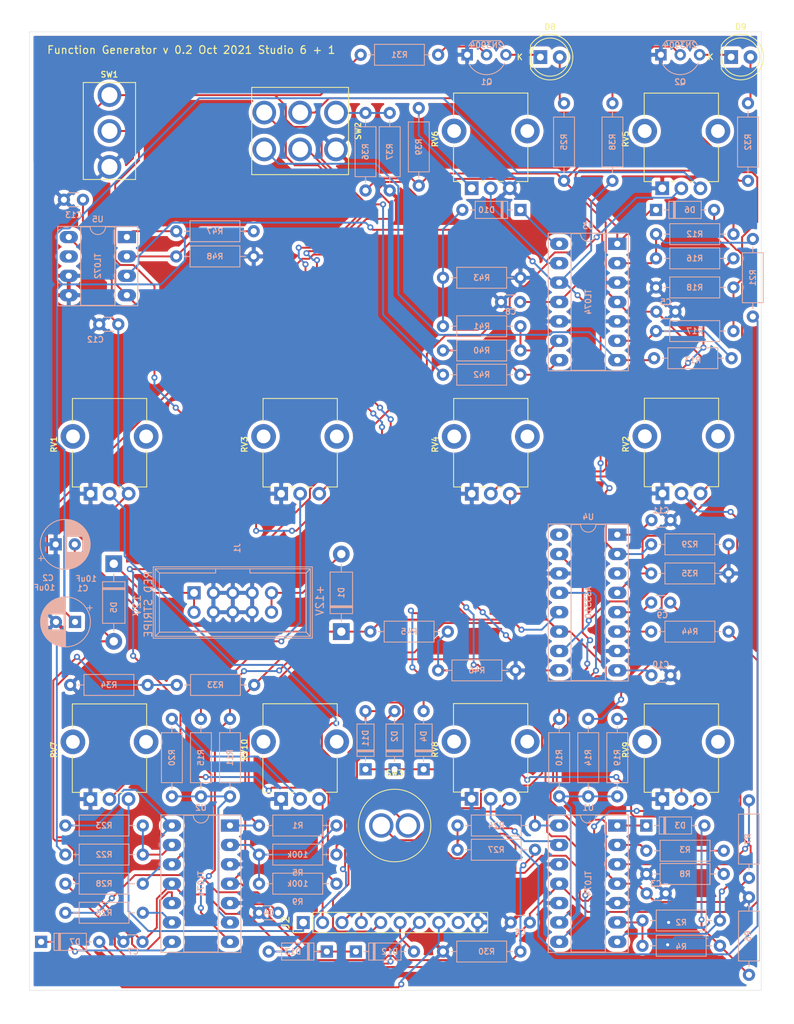
<source format=kicad_pcb>
(kicad_pcb (version 20171130) (host pcbnew "(5.1.9)-1")
  (layers (0 F.Cu signal) (31 B.Cu signal) (34 B.Paste user) (35 F.Paste user) (36 B.SilkS user) (37 F.SilkS user) (38 B.Mask user) (39 F.Mask user) (44 Edge.Cuts user))
  (net 0 "")
  (net 1 GND)
  (net 2 +12V)
  (net 3 -12V)
  (net 4 /VTrig)
  (net 5 "Net-(C9-Pad1)")
  (net 6 "Net-(C10-Pad2)")
  (net 7 "Net-(C11-Pad2)")
  (net 8 "Net-(D1-Pad2)")
  (net 9 /Trigger)
  (net 10 "Net-(D11-Pad1)")
  (net 11 "Net-(D3-Pad1)")
  (net 12 "Net-(D3-Pad2)")
  (net 13 "Net-(D4-Pad2)")
  (net 14 "Net-(D5-Pad1)")
  (net 15 "Net-(D6-Pad1)")
  (net 16 "Net-(D6-Pad2)")
  (net 17 "Net-(D7-Pad2)")
  (net 18 "Net-(D7-Pad1)")
  (net 19 "Net-(D8-Pad2)")
  (net 20 "Net-(D8-Pad1)")
  (net 21 "Net-(D9-Pad1)")
  (net 22 "Net-(D9-Pad2)")
  (net 23 "Net-(D10-Pad1)")
  (net 24 "Net-(D10-Pad2)")
  (net 25 /ManTrigger)
  (net 26 "Net-(D12-Pad1)")
  (net 27 /Gate)
  (net 28 /Acv)
  (net 29 /Dcv)
  (net 30 /Scv)
  (net 31 /Rcv)
  (net 32 /Out)
  (net 33 /EocOut)
  (net 34 "Net-(J2-Pad9)")
  (net 35 "Net-(Q1-Pad2)")
  (net 36 "Net-(Q2-Pad2)")
  (net 37 "Net-(R1-Pad2)")
  (net 38 /AttackControl)
  (net 39 "Net-(R2-Pad2)")
  (net 40 "Net-(R3-Pad1)")
  (net 41 "Net-(R5-Pad2)")
  (net 42 "Net-(R7-Pad1)")
  (net 43 "Net-(R9-Pad2)")
  (net 44 "Net-(R10-Pad2)")
  (net 45 /ReleaseControl)
  (net 46 /DecayControl)
  (net 47 "Net-(R11-Pad2)")
  (net 48 "Net-(R12-Pad2)")
  (net 49 "Net-(R13-Pad1)")
  (net 50 "Net-(R13-Pad2)")
  (net 51 "Net-(R14-Pad2)")
  (net 52 "Net-(R15-Pad2)")
  (net 53 "Net-(R16-Pad2)")
  (net 54 "Net-(R19-Pad2)")
  (net 55 "Net-(R20-Pad2)")
  (net 56 "Net-(R21-Pad2)")
  (net 57 /env)
  (net 58 "Net-(R22-Pad1)")
  (net 59 "Net-(R23-Pad1)")
  (net 60 "Net-(R24-Pad1)")
  (net 61 "Net-(R24-Pad2)")
  (net 62 "Net-(R26-Pad1)")
  (net 63 "Net-(R29-Pad2)")
  (net 64 "Net-(R33-Pad1)")
  (net 65 /Vgate)
  (net 66 "Net-(R36-Pad1)")
  (net 67 "Net-(R39-Pad2)")
  (net 68 "Net-(R40-Pad2)")
  (net 69 "Net-(R40-Pad1)")
  (net 70 "Net-(R44-Pad1)")
  (net 71 "Net-(R45-Pad2)")
  (net 72 "Net-(RV5-Pad2)")
  (net 73 "Net-(RV6-Pad2)")
  (net 74 /SustainControl)
  (net 75 "Net-(U4-Pad3)")
  (net 76 "Net-(U4-Pad16)")
  (net 77 "Net-(R22-Pad2)")
  (net 78 "Net-(R47-Pad1)")
  (net 79 "Net-(U5-Pad7)")
  (module ao_tht:Potentiometer_Alpha_RD901F-40-00D_Single_Vertical_CircularHoles_centered (layer F.Cu) (at 104.94 69.65 90)
    (fp_text reference RV2 (at -1.05 -7.3 270) (layer F.SilkS) (effects (font (size 0.75 0.75))))
    (fp_text value 100k)
    (pad "" thru_hole circle (at 0 -4.8 180) (size 3.24 3.24) (drill 1.8) (layers *.Cu *.Mask))
    (pad "" thru_hole circle (at 0 4.8 180) (size 3.24 3.24) (drill 1.8) (layers *.Cu *.Mask))
    (pad 3 thru_hole circle (at -7.5 2.5 180) (size 1.8 1.8) (drill 1) (layers *.Cu *.Mask) (net 2 +12V))
    (pad 2 thru_hole circle (at -7.5 0 180) (size 1.8 1.8) (drill 1) (layers *.Cu *.Mask) (net 51 "Net-(R14-Pad2)"))
    (pad 1 thru_hole rect (at -7.5 -2.5 180) (size 1.8 1.8) (drill 1) (layers *.Cu *.Mask) (net 1 GND))
  )
  (module ao_tht:R_Axial_DIN0207_L6.3mm_D2.5mm_P10.16mm_Horizontal (layer B.Cu) (at 64.135 95.25)
    (fp_text reference R45 (at 5.08 0) (layer B.SilkS) (effects (font (size 0.75 0.75)) (justify mirror)))
    (fp_text value 100k)
    (pad 1 thru_hole circle (at 0 0) (size 1.6 1.6) (drill 0.8) (layers *.Cu *.Mask) (net 2 +12V))
    (pad 2 thru_hole oval (at 10.16 0) (size 1.6 1.6) (drill 0.8) (layers *.Cu *.Mask) (net 71 "Net-(R45-Pad2)"))
  )
  (module ao_tht:R_Axial_DIN0207_L6.3mm_D2.5mm_P10.16mm_Horizontal (layer B.Cu) (at 89.535 36.195 90)
    (fp_text reference R25 (at 5.08 0 90) (layer B.SilkS) (effects (font (size 0.75 0.75)) (justify mirror)))
    (fp_text value 10k)
    (pad 1 thru_hole circle (at 0 0 90) (size 1.6 1.6) (drill 0.8) (layers *.Cu *.Mask) (net 2 +12V))
    (pad 2 thru_hole oval (at 10.16 0 90) (size 1.6 1.6) (drill 0.8) (layers *.Cu *.Mask) (net 19 "Net-(D8-Pad2)"))
  )
  (module ao_tht:R_Axial_DIN0207_L6.3mm_D2.5mm_P10.16mm_Horizontal (layer B.Cu) (at 114.3 43.815 270)
    (fp_text reference R21 (at 5.08 0 90) (layer B.SilkS) (effects (font (size 0.75 0.75)) (justify mirror)))
    (fp_text value 100k)
    (pad 2 thru_hole oval (at 10.16 0 270) (size 1.6 1.6) (drill 0.8) (layers *.Cu *.Mask) (net 56 "Net-(R21-Pad2)"))
    (pad 1 thru_hole circle (at 0 0 270) (size 1.6 1.6) (drill 0.8) (layers *.Cu *.Mask) (net 48 "Net-(R12-Pad2)"))
  )
  (module ao_tht:R_Axial_DIN0207_L6.3mm_D2.5mm_P10.16mm_Horizontal (layer B.Cu) (at 49.53 120.65)
    (fp_text reference R1 (at 5.08 0) (layer B.SilkS) (effects (font (size 0.75 0.75)) (justify mirror)))
    (fp_text value 6k2)
    (pad 2 thru_hole oval (at 10.16 0) (size 1.6 1.6) (drill 0.8) (layers *.Cu *.Mask) (net 37 "Net-(R1-Pad2)"))
    (pad 1 thru_hole circle (at 0 0) (size 1.6 1.6) (drill 0.8) (layers *.Cu *.Mask) (net 38 /AttackControl))
  )
  (module ao_tht:CP_Radial_D6.3mm_P2.50mm (layer B.Cu) (at 25.4 93.98 180)
    (fp_text reference C1 (at -1 4.4) (layer B.SilkS) (effects (font (size 0.75 0.75)) (justify mirror)))
    (fp_text value 10uF)
    (fp_text user %V (at 4 4.5) (layer B.SilkS) (effects (font (size 0.75 0.75)) (justify mirror)))
    (pad 2 thru_hole circle (at 2.5 0 180) (size 1.6 1.6) (drill 0.8) (layers *.Cu *.Mask) (net 1 GND))
    (pad 1 thru_hole rect (at 0 0 180) (size 1.6 1.6) (drill 0.8) (layers *.Cu *.Mask) (net 2 +12V))
  )
  (module ao_tht:CP_Radial_D6.3mm_P2.50mm (layer B.Cu) (at 22.86 83.82)
    (fp_text reference C2 (at -1 4.4) (layer B.SilkS) (effects (font (size 0.75 0.75)) (justify mirror)))
    (fp_text value 10uF)
    (fp_text user %V (at 4 4.5) (layer B.SilkS) (effects (font (size 0.75 0.75)) (justify mirror)))
    (pad 1 thru_hole rect (at 0 0) (size 1.6 1.6) (drill 0.8) (layers *.Cu *.Mask) (net 1 GND))
    (pad 2 thru_hole circle (at 2.5 0) (size 1.6 1.6) (drill 0.8) (layers *.Cu *.Mask) (net 3 -12V))
  )
  (module ao_tht:C_Disc_D3.0mm_W1.6mm_P2.50mm (layer B.Cu) (at 102.87 129.54 180)
    (fp_text reference C3 (at 1.27 1.27) (layer B.SilkS) (effects (font (size 0.75 0.75)) (justify mirror)))
    (fp_text value 0.1uF)
    (pad 1 thru_hole circle (at 0 0 180) (size 1.6 1.6) (drill 0.8) (layers *.Cu *.Mask) (net 1 GND))
    (pad 2 thru_hole circle (at 2.5 0 180) (size 1.6 1.6) (drill 0.8) (layers *.Cu *.Mask) (net 2 +12V))
  )
  (module ao_tht:C_Disc_D3.0mm_W1.6mm_P2.50mm (layer B.Cu) (at 49.53 132.08)
    (fp_text reference C4 (at 1.27 0) (layer B.SilkS) (effects (font (size 0.75 0.75)) (justify mirror)))
    (fp_text value 0.1uF)
    (pad 2 thru_hole circle (at 2.5 0) (size 1.6 1.6) (drill 0.8) (layers *.Cu *.Mask) (net 2 +12V))
    (pad 1 thru_hole circle (at 0 0) (size 1.6 1.6) (drill 0.8) (layers *.Cu *.Mask) (net 1 GND))
  )
  (module ao_tht:C_Disc_D3.0mm_W1.6mm_P2.50mm (layer B.Cu) (at 104.14 53.34 180)
    (fp_text reference C5 (at 1.27 1.27) (layer B.SilkS) (effects (font (size 0.75 0.75)) (justify mirror)))
    (fp_text value 0.1uF)
    (pad 1 thru_hole circle (at 0 0 180) (size 1.6 1.6) (drill 0.8) (layers *.Cu *.Mask) (net 1 GND))
    (pad 2 thru_hole circle (at 2.5 0 180) (size 1.6 1.6) (drill 0.8) (layers *.Cu *.Mask) (net 2 +12V))
  )
  (module ao_tht:C_Disc_D3.0mm_W1.6mm_P2.50mm (layer B.Cu) (at 82.55 133.35)
    (fp_text reference C6 (at 1.27 1.27) (layer B.SilkS) (effects (font (size 0.75 0.75)) (justify mirror)))
    (fp_text value 0.1uF)
    (pad 2 thru_hole circle (at 2.5 0) (size 1.6 1.6) (drill 0.8) (layers *.Cu *.Mask) (net 3 -12V))
    (pad 1 thru_hole circle (at 0 0) (size 1.6 1.6) (drill 0.8) (layers *.Cu *.Mask) (net 1 GND))
  )
  (module ao_tht:C_Disc_D3.0mm_W1.6mm_P2.50mm (layer B.Cu) (at 31.75 135.89)
    (fp_text reference C7 (at 1.27 1.27) (layer B.SilkS) (effects (font (size 0.75 0.75)) (justify mirror)))
    (fp_text value 0.1uF)
    (pad 1 thru_hole circle (at 0 0) (size 1.6 1.6) (drill 0.8) (layers *.Cu *.Mask) (net 1 GND))
    (pad 2 thru_hole circle (at 2.5 0) (size 1.6 1.6) (drill 0.8) (layers *.Cu *.Mask) (net 3 -12V))
  )
  (module ao_tht:C_Disc_D3.0mm_W1.6mm_P2.50mm (layer B.Cu) (at 81.28 52.07)
    (fp_text reference C8 (at 1.27 1.27) (layer B.SilkS) (effects (font (size 0.75 0.75)) (justify mirror)))
    (fp_text value 0.1uF)
    (pad 1 thru_hole circle (at 0 0) (size 1.6 1.6) (drill 0.8) (layers *.Cu *.Mask) (net 1 GND))
    (pad 2 thru_hole circle (at 2.5 0) (size 1.6 1.6) (drill 0.8) (layers *.Cu *.Mask) (net 3 -12V))
  )
  (module ao_tht:C_Disc_D3.0mm_W1.6mm_P2.50mm (layer B.Cu) (at 100.965 91.44)
    (fp_text reference C9 (at 1.469999 1.660001) (layer B.SilkS) (effects (font (size 0.75 0.75)) (justify mirror)))
    (fp_text value 0.001uF)
    (pad 2 thru_hole circle (at 2.5 0) (size 1.6 1.6) (drill 0.8) (layers *.Cu *.Mask) (net 4 /VTrig))
    (pad 1 thru_hole circle (at 0 0) (size 1.6 1.6) (drill 0.8) (layers *.Cu *.Mask) (net 5 "Net-(C9-Pad1)"))
  )
  (module ao_tht:C_Disc_D3.0mm_W1.6mm_P2.50mm (layer B.Cu) (at 103.505 100.965 180)
    (fp_text reference C10 (at 1.274999 1.425001) (layer B.SilkS) (effects (font (size 0.75 0.75)) (justify mirror)))
    (fp_text value 0.01uF)
    (pad 2 thru_hole circle (at 2.5 0 180) (size 1.6 1.6) (drill 0.8) (layers *.Cu *.Mask) (net 6 "Net-(C10-Pad2)"))
    (pad 1 thru_hole circle (at 0 0 180) (size 1.6 1.6) (drill 0.8) (layers *.Cu *.Mask) (net 1 GND))
  )
  (module ao_tht:C_Disc_D3.0mm_W1.6mm_P2.50mm (layer B.Cu) (at 103.505 80.645 180)
    (fp_text reference C11 (at 1.27 1.27) (layer B.SilkS) (effects (font (size 0.75 0.75)) (justify mirror)))
    (fp_text value 0.03uF)
    (pad 1 thru_hole circle (at 0 0 180) (size 1.6 1.6) (drill 0.8) (layers *.Cu *.Mask) (net 1 GND))
    (pad 2 thru_hole circle (at 2.5 0 180) (size 1.6 1.6) (drill 0.8) (layers *.Cu *.Mask) (net 7 "Net-(C11-Pad2)"))
  )
  (module ao_tht:D_DO-41_SOD81_P10.16mm_Horizontal (layer B.Cu) (at 60.325 95.25 90)
    (fp_text reference D1 (at 5.08 0 90) (layer B.SilkS) (effects (font (size 0.75 0.75)) (justify mirror)))
    (fp_text value 1N5817)
    (pad 1 thru_hole rect (at 0 0 90) (size 2.2 2.2) (drill 1.1) (layers *.Cu *.Mask) (net 2 +12V))
    (pad 2 thru_hole oval (at 10.16 0 90) (size 2.2 2.2) (drill 1.1) (layers *.Cu *.Mask) (net 8 "Net-(D1-Pad2)"))
  )
  (module ao_tht:D_DO-35_SOD27_P7.62mm_Horizontal (layer B.Cu) (at 67.31 113.284 90)
    (fp_text reference D2 (at 4.318 0 90) (layer B.SilkS) (effects (font (size 0.75 0.75)) (justify mirror)))
    (fp_text value 1N4148)
    (pad 2 thru_hole oval (at 7.62 0 90) (size 1.6 1.6) (drill 0.8) (layers *.Cu *.Mask) (net 9 /Trigger))
    (pad 1 thru_hole rect (at 0 0 90) (size 1.6 1.6) (drill 0.8) (layers *.Cu *.Mask) (net 10 "Net-(D11-Pad1)"))
  )
  (module ao_tht:D_DO-35_SOD27_P7.62mm_Horizontal (layer B.Cu) (at 100.33 120.65)
    (fp_text reference D3 (at 4.445 0) (layer B.SilkS) (effects (font (size 0.75 0.75)) (justify mirror)))
    (fp_text value 1N4148)
    (pad 1 thru_hole rect (at 0 0) (size 1.6 1.6) (drill 0.8) (layers *.Cu *.Mask) (net 11 "Net-(D3-Pad1)"))
    (pad 2 thru_hole oval (at 7.62 0) (size 1.6 1.6) (drill 0.8) (layers *.Cu *.Mask) (net 12 "Net-(D3-Pad2)"))
  )
  (module ao_tht:D_DO-35_SOD27_P7.62mm_Horizontal (layer B.Cu) (at 71.12 113.284 90)
    (fp_text reference D4 (at 4.318 0 90) (layer B.SilkS) (effects (font (size 0.75 0.75)) (justify mirror)))
    (fp_text value 1N4148)
    (pad 1 thru_hole rect (at 0 0 90) (size 1.6 1.6) (drill 0.8) (layers *.Cu *.Mask) (net 10 "Net-(D11-Pad1)"))
    (pad 2 thru_hole oval (at 7.62 0 90) (size 1.6 1.6) (drill 0.8) (layers *.Cu *.Mask) (net 13 "Net-(D4-Pad2)"))
  )
  (module ao_tht:D_DO-41_SOD81_P10.16mm_Horizontal (layer B.Cu) (at 30.48 86.36 270)
    (fp_text reference D5 (at 5.715 0 90) (layer B.SilkS) (effects (font (size 0.75 0.75)) (justify mirror)))
    (fp_text value 1N5817)
    (pad 2 thru_hole oval (at 10.16 0 270) (size 2.2 2.2) (drill 1.1) (layers *.Cu *.Mask) (net 3 -12V))
    (pad 1 thru_hole rect (at 0 0 270) (size 2.2 2.2) (drill 1.1) (layers *.Cu *.Mask) (net 14 "Net-(D5-Pad1)"))
  )
  (module ao_tht:D_DO-35_SOD27_P7.62mm_Horizontal (layer B.Cu) (at 101.6 40.005)
    (fp_text reference D6 (at 4.445 0) (layer B.SilkS) (effects (font (size 0.75 0.75)) (justify mirror)))
    (fp_text value 1N4148)
    (pad 1 thru_hole rect (at 0 0) (size 1.6 1.6) (drill 0.8) (layers *.Cu *.Mask) (net 15 "Net-(D6-Pad1)"))
    (pad 2 thru_hole oval (at 7.62 0) (size 1.6 1.6) (drill 0.8) (layers *.Cu *.Mask) (net 16 "Net-(D6-Pad2)"))
  )
  (module ao_tht:D_DO-35_SOD27_P7.62mm_Horizontal (layer B.Cu) (at 20.955 135.89)
    (fp_text reference D7 (at 4.445 0) (layer B.SilkS) (effects (font (size 0.75 0.75)) (justify mirror)))
    (fp_text value 1N4148)
    (pad 2 thru_hole oval (at 7.62 0) (size 1.6 1.6) (drill 0.8) (layers *.Cu *.Mask) (net 17 "Net-(D7-Pad2)"))
    (pad 1 thru_hole rect (at 0 0) (size 1.6 1.6) (drill 0.8) (layers *.Cu *.Mask) (net 18 "Net-(D7-Pad1)"))
  )
  (module ao_tht:LED_D5.0mm (layer F.Cu) (at 86.43 19.99)
    (fp_text reference D8 (at 1.27 -3.96) (layer F.SilkS) (effects (font (size 0.75 0.75))))
    (fp_text value LED)
    (fp_text user K (at -2.7 0) (layer F.SilkS) (effects (font (size 0.75 0.75))))
    (pad 2 thru_hole circle (at 2.54 0) (size 1.8 1.8) (drill 0.9) (layers *.Cu *.Mask) (net 19 "Net-(D8-Pad2)"))
    (pad 1 thru_hole rect (at 0 0) (size 1.8 1.8) (drill 0.9) (layers *.Cu *.Mask) (net 20 "Net-(D8-Pad1)"))
  )
  (module ao_tht:LED_D5.0mm (layer F.Cu) (at 111.45 19.98)
    (fp_text reference D9 (at 1.27 -3.96) (layer F.SilkS) (effects (font (size 0.75 0.75))))
    (fp_text value LED)
    (fp_text user K (at -2.7 0) (layer F.SilkS) (effects (font (size 0.75 0.75))))
    (pad 1 thru_hole rect (at 0 0) (size 1.8 1.8) (drill 0.9) (layers *.Cu *.Mask) (net 21 "Net-(D9-Pad1)"))
    (pad 2 thru_hole circle (at 2.54 0) (size 1.8 1.8) (drill 0.9) (layers *.Cu *.Mask) (net 22 "Net-(D9-Pad2)"))
  )
  (module ao_tht:D_DO-35_SOD27_P7.62mm_Horizontal (layer B.Cu) (at 83.82 40.005 180)
    (fp_text reference D10 (at 4.445 0) (layer B.SilkS) (effects (font (size 0.75 0.75)) (justify mirror)))
    (fp_text value 1N4148)
    (pad 1 thru_hole rect (at 0 0 180) (size 1.6 1.6) (drill 0.8) (layers *.Cu *.Mask) (net 23 "Net-(D10-Pad1)"))
    (pad 2 thru_hole oval (at 7.62 0 180) (size 1.6 1.6) (drill 0.8) (layers *.Cu *.Mask) (net 24 "Net-(D10-Pad2)"))
  )
  (module ao_tht:D_DO-35_SOD27_P7.62mm_Horizontal (layer B.Cu) (at 63.5 113.284 90)
    (fp_text reference D11 (at 4.064 0 90) (layer B.SilkS) (effects (font (size 0.75 0.75)) (justify mirror)))
    (fp_text value 1N4148)
    (pad 2 thru_hole oval (at 7.62 0 90) (size 1.6 1.6) (drill 0.8) (layers *.Cu *.Mask) (net 25 /ManTrigger))
    (pad 1 thru_hole rect (at 0 0 90) (size 1.6 1.6) (drill 0.8) (layers *.Cu *.Mask) (net 10 "Net-(D11-Pad1)"))
  )
  (module ao_tht:D_DO-35_SOD27_P7.62mm_Horizontal (layer B.Cu) (at 62.23 137.16)
    (fp_text reference D12 (at 4.445 0) (layer B.SilkS) (effects (font (size 0.75 0.75)) (justify mirror)))
    (fp_text value 1N4148)
    (pad 1 thru_hole rect (at 0 0) (size 1.6 1.6) (drill 0.8) (layers *.Cu *.Mask) (net 26 "Net-(D12-Pad1)"))
    (pad 2 thru_hole oval (at 7.62 0) (size 1.6 1.6) (drill 0.8) (layers *.Cu *.Mask) (net 27 /Gate))
  )
  (module ao_tht:D_DO-35_SOD27_P7.62mm_Horizontal (layer B.Cu) (at 58.42 137.16 180)
    (fp_text reference D13 (at 4.445 0) (layer B.SilkS) (effects (font (size 0.75 0.75)) (justify mirror)))
    (fp_text value 1N4148)
    (pad 2 thru_hole oval (at 7.62 0 180) (size 1.6 1.6) (drill 0.8) (layers *.Cu *.Mask) (net 25 /ManTrigger))
    (pad 1 thru_hole rect (at 0 0 180) (size 1.6 1.6) (drill 0.8) (layers *.Cu *.Mask) (net 26 "Net-(D12-Pad1)"))
  )
  (module ao_tht:Power_Header (layer B.Cu) (at 41.01 90.17 270)
    (fp_text reference J1 (at -5.85 -5.67 90) (layer B.SilkS) (effects (font (size 0.75 0.75)) (justify mirror)))
    (fp_text value Synth_power_2x5)
    (fp_text user +12V (at 1 -16.5 90) (layer B.SilkS) (effects (justify mirror)))
    (fp_text user -12V (at 1 7.5 90) (layer B.SilkS) (effects (justify mirror)))
    (fp_text user "RED STRIPE" (at 1.5 6 90) (layer B.SilkS) (effects (justify mirror)))
    (pad 1 thru_hole rect (at 0 0 270) (size 1.7272 1.7272) (drill 1.016) (layers *.Cu *.Mask) (net 14 "Net-(D5-Pad1)"))
    (pad 2 thru_hole oval (at 2.54 0 270) (size 1.7272 1.7272) (drill 1.016) (layers *.Cu *.Mask) (net 14 "Net-(D5-Pad1)"))
    (pad 3 thru_hole oval (at 0 -2.54 270) (size 1.7272 1.7272) (drill 1.016) (layers *.Cu *.Mask) (net 1 GND))
    (pad 4 thru_hole oval (at 2.54 -2.54 270) (size 1.7272 1.7272) (drill 1.016) (layers *.Cu *.Mask) (net 1 GND))
    (pad 5 thru_hole oval (at 0 -5.08 270) (size 1.7272 1.7272) (drill 1.016) (layers *.Cu *.Mask) (net 1 GND))
    (pad 6 thru_hole oval (at 2.54 -5.08 270) (size 1.7272 1.7272) (drill 1.016) (layers *.Cu *.Mask) (net 1 GND))
    (pad 7 thru_hole oval (at 0 -7.62 270) (size 1.7272 1.7272) (drill 1.016) (layers *.Cu *.Mask) (net 1 GND))
    (pad 8 thru_hole oval (at 2.54 -7.62 270) (size 1.7272 1.7272) (drill 1.016) (layers *.Cu *.Mask) (net 1 GND))
    (pad 9 thru_hole oval (at 0 -10.16 270) (size 1.7272 1.7272) (drill 1.016) (layers *.Cu *.Mask) (net 8 "Net-(D1-Pad2)"))
    (pad 10 thru_hole oval (at 2.54 -10.16 270) (size 1.7272 1.7272) (drill 1.016) (layers *.Cu *.Mask) (net 8 "Net-(D1-Pad2)"))
  )
  (module Connector_PinHeader_2.54mm:PinHeader_1x10_P2.54mm_Vertical (layer F.Cu) (at 55.33 133.36 90)
    (fp_text reference J2 (at 0 -2.33 90) (layer F.SilkS))
    (fp_text value Conn_01x10_Male)
    (pad 1 thru_hole rect (at 0 0 90) (size 1.7 1.7) (drill 1) (layers *.Cu *.Mask) (net 28 /Acv))
    (pad 2 thru_hole oval (at 0 2.54 90) (size 1.7 1.7) (drill 1) (layers *.Cu *.Mask) (net 29 /Dcv))
    (pad 3 thru_hole oval (at 0 5.08 90) (size 1.7 1.7) (drill 1) (layers *.Cu *.Mask) (net 30 /Scv))
    (pad 4 thru_hole oval (at 0 7.62 90) (size 1.7 1.7) (drill 1) (layers *.Cu *.Mask) (net 31 /Rcv))
    (pad 5 thru_hole oval (at 0 10.16 90) (size 1.7 1.7) (drill 1) (layers *.Cu *.Mask) (net 9 /Trigger))
    (pad 6 thru_hole oval (at 0 12.7 90) (size 1.7 1.7) (drill 1) (layers *.Cu *.Mask) (net 27 /Gate))
    (pad 7 thru_hole oval (at 0 15.24 90) (size 1.7 1.7) (drill 1) (layers *.Cu *.Mask) (net 32 /Out))
    (pad 8 thru_hole oval (at 0 17.78 90) (size 1.7 1.7) (drill 1) (layers *.Cu *.Mask) (net 33 /EocOut))
    (pad 9 thru_hole oval (at 0 20.32 90) (size 1.7 1.7) (drill 1) (layers *.Cu *.Mask) (net 34 "Net-(J2-Pad9)"))
    (pad 10 thru_hole oval (at 0 22.86 90) (size 1.7 1.7) (drill 1) (layers *.Cu *.Mask) (net 1 GND))
  )
  (module ao_tht:TO-92_Inline_Wide (layer B.Cu) (at 76.835 19.685)
    (fp_text reference Q1 (at 2.54 3.56) (layer B.SilkS) (effects (font (size 0.75 0.75)) (justify mirror)))
    (fp_text value 2N3904)
    (fp_text user %V (at 2.54 -1.27) (layer B.SilkS) (effects (font (size 0.75 0.75)) (justify mirror)))
    (pad 1 thru_hole rect (at 0 0 270) (size 1.5 1.5) (drill 0.8) (layers *.Cu *.Mask) (net 1 GND))
    (pad 3 thru_hole circle (at 5.08 0 270) (size 1.5 1.5) (drill 0.8) (layers *.Cu *.Mask) (net 20 "Net-(D8-Pad1)"))
    (pad 2 thru_hole circle (at 2.54 0 270) (size 1.5 1.5) (drill 0.8) (layers *.Cu *.Mask) (net 35 "Net-(Q1-Pad2)"))
  )
  (module ao_tht:TO-92_Inline_Wide (layer B.Cu) (at 102.235 19.685)
    (fp_text reference Q2 (at 2.54 3.56) (layer B.SilkS) (effects (font (size 0.75 0.75)) (justify mirror)))
    (fp_text value 2N3904)
    (fp_text user %V (at 2.54 -1.27) (layer B.SilkS) (effects (font (size 0.75 0.75)) (justify mirror)))
    (pad 2 thru_hole circle (at 2.54 0 270) (size 1.5 1.5) (drill 0.8) (layers *.Cu *.Mask) (net 36 "Net-(Q2-Pad2)"))
    (pad 3 thru_hole circle (at 5.08 0 270) (size 1.5 1.5) (drill 0.8) (layers *.Cu *.Mask) (net 21 "Net-(D9-Pad1)"))
    (pad 1 thru_hole rect (at 0 0 270) (size 1.5 1.5) (drill 0.8) (layers *.Cu *.Mask) (net 1 GND))
  )
  (module ao_tht:R_Axial_DIN0207_L6.3mm_D2.5mm_P10.16mm_Horizontal (layer B.Cu) (at 109.982 133.096 180)
    (fp_text reference R2 (at 5.08 -0.254) (layer B.SilkS) (effects (font (size 0.75 0.75)) (justify mirror)))
    (fp_text value 47k)
    (pad 2 thru_hole oval (at 10.16 0 180) (size 1.6 1.6) (drill 0.8) (layers *.Cu *.Mask) (net 39 "Net-(R2-Pad2)"))
    (pad 1 thru_hole circle (at 0 0 180) (size 1.6 1.6) (drill 0.8) (layers *.Cu *.Mask) (net 4 /VTrig))
  )
  (module ao_tht:R_Axial_DIN0207_L6.3mm_D2.5mm_P10.16mm_Horizontal (layer B.Cu) (at 100.33 123.952)
    (fp_text reference R3 (at 5.08 -0.127) (layer B.SilkS) (effects (font (size 0.75 0.75)) (justify mirror)))
    (fp_text value 100k)
    (pad 2 thru_hole oval (at 10.16 0) (size 1.6 1.6) (drill 0.8) (layers *.Cu *.Mask) (net 10 "Net-(D11-Pad1)"))
    (pad 1 thru_hole circle (at 0 0) (size 1.6 1.6) (drill 0.8) (layers *.Cu *.Mask) (net 40 "Net-(R3-Pad1)"))
  )
  (module ao_tht:R_Axial_DIN0207_L6.3mm_D2.5mm_P10.16mm_Horizontal (layer B.Cu) (at 99.822 136.398)
    (fp_text reference R4 (at 5.08 0.127) (layer B.SilkS) (effects (font (size 0.75 0.75)) (justify mirror)))
    (fp_text value 100k)
    (pad 1 thru_hole circle (at 0 0) (size 1.6 1.6) (drill 0.8) (layers *.Cu *.Mask) (net 39 "Net-(R2-Pad2)"))
    (pad 2 thru_hole oval (at 10.16 0) (size 1.6 1.6) (drill 0.8) (layers *.Cu *.Mask) (net 12 "Net-(D3-Pad2)"))
  )
  (module ao_tht:R_Axial_DIN0207_L6.3mm_D2.5mm_P10.16mm_Horizontal (layer B.Cu) (at 49.53 124.46)
    (fp_text reference R5 (at 5.08 2.37) (layer B.SilkS) (effects (font (size 0.75 0.75)) (justify mirror)))
    (fp_text value 100k)
    (fp_text user %V (at 5.08 0) (layer B.SilkS) (effects (font (size 0.75 0.75)) (justify mirror)))
    (pad 2 thru_hole oval (at 10.16 0) (size 1.6 1.6) (drill 0.8) (layers *.Cu *.Mask) (net 41 "Net-(R5-Pad2)"))
    (pad 1 thru_hole circle (at 0 0) (size 1.6 1.6) (drill 0.8) (layers *.Cu *.Mask) (net 37 "Net-(R1-Pad2)"))
  )
  (module ao_tht:R_Axial_DIN0207_L6.3mm_D2.5mm_P10.16mm_Horizontal (layer B.Cu) (at 113.792 130.048 270)
    (fp_text reference R6 (at 5.08 0.127 90) (layer B.SilkS) (effects (font (size 0.75 0.75)) (justify mirror)))
    (fp_text value 100k)
    (pad 2 thru_hole oval (at 10.16 0 270) (size 1.6 1.6) (drill 0.8) (layers *.Cu *.Mask) (net 12 "Net-(D3-Pad2)"))
    (pad 1 thru_hole circle (at 0 0 270) (size 1.6 1.6) (drill 0.8) (layers *.Cu *.Mask) (net 1 GND))
  )
  (module ao_tht:R_Axial_DIN0207_L6.3mm_D2.5mm_P10.16mm_Horizontal (layer B.Cu) (at 113.792 117.348 270)
    (fp_text reference R7 (at 5.08 0.127 90) (layer B.SilkS) (effects (font (size 0.75 0.75)) (justify mirror)))
    (fp_text value 200k)
    (pad 1 thru_hole circle (at 0 0 270) (size 1.6 1.6) (drill 0.8) (layers *.Cu *.Mask) (net 42 "Net-(R7-Pad1)"))
    (pad 2 thru_hole oval (at 10.16 0 270) (size 1.6 1.6) (drill 0.8) (layers *.Cu *.Mask) (net 2 +12V))
  )
  (module ao_tht:R_Axial_DIN0207_L6.3mm_D2.5mm_P10.16mm_Horizontal (layer B.Cu) (at 100.33 127)
    (fp_text reference R8 (at 5.08 0) (layer B.SilkS) (effects (font (size 0.75 0.75)) (justify mirror)))
    (fp_text value 100k)
    (pad 2 thru_hole oval (at 10.16 0) (size 1.6 1.6) (drill 0.8) (layers *.Cu *.Mask) (net 42 "Net-(R7-Pad1)"))
    (pad 1 thru_hole circle (at 0 0) (size 1.6 1.6) (drill 0.8) (layers *.Cu *.Mask) (net 1 GND))
  )
  (module ao_tht:R_Axial_DIN0207_L6.3mm_D2.5mm_P10.16mm_Horizontal (layer B.Cu) (at 49.53 128.27)
    (fp_text reference R9 (at 5.08 2.37) (layer B.SilkS) (effects (font (size 0.75 0.75)) (justify mirror)))
    (fp_text value 100k)
    (fp_text user %V (at 5.08 0) (layer B.SilkS) (effects (font (size 0.75 0.75)) (justify mirror)))
    (pad 1 thru_hole circle (at 0 0) (size 1.6 1.6) (drill 0.8) (layers *.Cu *.Mask) (net 37 "Net-(R1-Pad2)"))
    (pad 2 thru_hole oval (at 10.16 0) (size 1.6 1.6) (drill 0.8) (layers *.Cu *.Mask) (net 43 "Net-(R9-Pad2)"))
  )
  (module ao_tht:R_Axial_DIN0207_L6.3mm_D2.5mm_P10.16mm_Horizontal (layer B.Cu) (at 88.9 106.68 270)
    (fp_text reference R10 (at 5.08 0 90) (layer B.SilkS) (effects (font (size 0.75 0.75)) (justify mirror)))
    (fp_text value 6k2)
    (pad 2 thru_hole oval (at 10.16 0 270) (size 1.6 1.6) (drill 0.8) (layers *.Cu *.Mask) (net 44 "Net-(R10-Pad2)"))
    (pad 1 thru_hole circle (at 0 0 270) (size 1.6 1.6) (drill 0.8) (layers *.Cu *.Mask) (net 45 /ReleaseControl))
  )
  (module ao_tht:R_Axial_DIN0207_L6.3mm_D2.5mm_P10.16mm_Horizontal (layer B.Cu) (at 45.72 106.68 270)
    (fp_text reference R11 (at 5.08 0 90) (layer B.SilkS) (effects (font (size 0.75 0.75)) (justify mirror)))
    (fp_text value 6k2)
    (pad 1 thru_hole circle (at 0 0 270) (size 1.6 1.6) (drill 0.8) (layers *.Cu *.Mask) (net 46 /DecayControl))
    (pad 2 thru_hole oval (at 10.16 0 270) (size 1.6 1.6) (drill 0.8) (layers *.Cu *.Mask) (net 47 "Net-(R11-Pad2)"))
  )
  (module ao_tht:R_Axial_DIN0207_L6.3mm_D2.5mm_P10.16mm_Horizontal (layer B.Cu) (at 111.76 43.18 180)
    (fp_text reference R12 (at 5.08 0) (layer B.SilkS) (effects (font (size 0.75 0.75)) (justify mirror)))
    (fp_text value 47k)
    (pad 1 thru_hole circle (at 0 0 180) (size 1.6 1.6) (drill 0.8) (layers *.Cu *.Mask) (net 15 "Net-(D6-Pad1)"))
    (pad 2 thru_hole oval (at 10.16 0 180) (size 1.6 1.6) (drill 0.8) (layers *.Cu *.Mask) (net 48 "Net-(R12-Pad2)"))
  )
  (module ao_tht:R_Axial_DIN0207_L6.3mm_D2.5mm_P10.16mm_Horizontal (layer B.Cu) (at 101.346 59.436)
    (fp_text reference R13 (at 5.08 0.254) (layer B.SilkS) (effects (font (size 0.75 0.75)) (justify mirror)))
    (fp_text value 100k)
    (pad 1 thru_hole circle (at 0 0) (size 1.6 1.6) (drill 0.8) (layers *.Cu *.Mask) (net 49 "Net-(R13-Pad1)"))
    (pad 2 thru_hole oval (at 10.16 0) (size 1.6 1.6) (drill 0.8) (layers *.Cu *.Mask) (net 50 "Net-(R13-Pad2)"))
  )
  (module ao_tht:R_Axial_DIN0207_L6.3mm_D2.5mm_P10.16mm_Horizontal (layer B.Cu) (at 92.71 116.84 90)
    (fp_text reference R14 (at 5.08 0 90) (layer B.SilkS) (effects (font (size 0.75 0.75)) (justify mirror)))
    (fp_text value 100k)
    (pad 1 thru_hole circle (at 0 0 90) (size 1.6 1.6) (drill 0.8) (layers *.Cu *.Mask) (net 44 "Net-(R10-Pad2)"))
    (pad 2 thru_hole oval (at 10.16 0 90) (size 1.6 1.6) (drill 0.8) (layers *.Cu *.Mask) (net 51 "Net-(R14-Pad2)"))
  )
  (module ao_tht:R_Axial_DIN0207_L6.3mm_D2.5mm_P10.16mm_Horizontal (layer B.Cu) (at 41.91 116.84 90)
    (fp_text reference R15 (at 5.08 0 90) (layer B.SilkS) (effects (font (size 0.75 0.75)) (justify mirror)))
    (fp_text value 100k)
    (pad 1 thru_hole circle (at 0 0 90) (size 1.6 1.6) (drill 0.8) (layers *.Cu *.Mask) (net 47 "Net-(R11-Pad2)"))
    (pad 2 thru_hole oval (at 10.16 0 90) (size 1.6 1.6) (drill 0.8) (layers *.Cu *.Mask) (net 52 "Net-(R15-Pad2)"))
  )
  (module ao_tht:R_Axial_DIN0207_L6.3mm_D2.5mm_P10.16mm_Horizontal (layer B.Cu) (at 101.6 46.355)
    (fp_text reference R16 (at 5.08 0) (layer B.SilkS) (effects (font (size 0.75 0.75)) (justify mirror)))
    (fp_text value 100k)
    (pad 2 thru_hole oval (at 10.16 0) (size 1.6 1.6) (drill 0.8) (layers *.Cu *.Mask) (net 53 "Net-(R16-Pad2)"))
    (pad 1 thru_hole circle (at 0 0) (size 1.6 1.6) (drill 0.8) (layers *.Cu *.Mask) (net 48 "Net-(R12-Pad2)"))
  )
  (module ao_tht:R_Axial_DIN0207_L6.3mm_D2.5mm_P10.16mm_Horizontal (layer B.Cu) (at 101.6 55.88)
    (fp_text reference R17 (at 5.08 0) (layer B.SilkS) (effects (font (size 0.75 0.75)) (justify mirror)))
    (fp_text value 100k)
    (pad 2 thru_hole oval (at 10.16 0) (size 1.6 1.6) (drill 0.8) (layers *.Cu *.Mask) (net 16 "Net-(D6-Pad2)"))
    (pad 1 thru_hole circle (at 0 0) (size 1.6 1.6) (drill 0.8) (layers *.Cu *.Mask) (net 50 "Net-(R13-Pad2)"))
  )
  (module ao_tht:R_Axial_DIN0207_L6.3mm_D2.5mm_P10.16mm_Horizontal (layer B.Cu) (at 101.6 50.165)
    (fp_text reference R18 (at 5.08 0) (layer B.SilkS) (effects (font (size 0.75 0.75)) (justify mirror)))
    (fp_text value 100k)
    (pad 1 thru_hole circle (at 0 0) (size 1.6 1.6) (drill 0.8) (layers *.Cu *.Mask) (net 1 GND))
    (pad 2 thru_hole oval (at 10.16 0) (size 1.6 1.6) (drill 0.8) (layers *.Cu *.Mask) (net 16 "Net-(D6-Pad2)"))
  )
  (module ao_tht:R_Axial_DIN0207_L6.3mm_D2.5mm_P10.16mm_Horizontal (layer B.Cu) (at 96.52 116.84 90)
    (fp_text reference R19 (at 5.08 0 90) (layer B.SilkS) (effects (font (size 0.75 0.75)) (justify mirror)))
    (fp_text value 100k)
    (pad 2 thru_hole oval (at 10.16 0 90) (size 1.6 1.6) (drill 0.8) (layers *.Cu *.Mask) (net 54 "Net-(R19-Pad2)"))
    (pad 1 thru_hole circle (at 0 0 90) (size 1.6 1.6) (drill 0.8) (layers *.Cu *.Mask) (net 44 "Net-(R10-Pad2)"))
  )
  (module ao_tht:R_Axial_DIN0207_L6.3mm_D2.5mm_P10.16mm_Horizontal (layer B.Cu) (at 38.1 116.84 90)
    (fp_text reference R20 (at 5.08 0 90) (layer B.SilkS) (effects (font (size 0.75 0.75)) (justify mirror)))
    (fp_text value 100k)
    (pad 2 thru_hole oval (at 10.16 0 90) (size 1.6 1.6) (drill 0.8) (layers *.Cu *.Mask) (net 55 "Net-(R20-Pad2)"))
    (pad 1 thru_hole circle (at 0 0 90) (size 1.6 1.6) (drill 0.8) (layers *.Cu *.Mask) (net 47 "Net-(R11-Pad2)"))
  )
  (module ao_tht:R_Axial_DIN0207_L6.3mm_D2.5mm_P10.16mm_Horizontal (layer B.Cu) (at 34.29 124.46 180)
    (fp_text reference R22 (at 5.08 0) (layer B.SilkS) (effects (font (size 0.75 0.75)) (justify mirror)))
    (fp_text value 100k)
    (pad 2 thru_hole oval (at 10.16 0 180) (size 1.6 1.6) (drill 0.8) (layers *.Cu *.Mask) (net 77 "Net-(R22-Pad2)"))
    (pad 1 thru_hole circle (at 0 0 180) (size 1.6 1.6) (drill 0.8) (layers *.Cu *.Mask) (net 58 "Net-(R22-Pad1)"))
  )
  (module ao_tht:R_Axial_DIN0207_L6.3mm_D2.5mm_P10.16mm_Horizontal (layer B.Cu) (at 24.13 120.65)
    (fp_text reference R23 (at 5.08 0) (layer B.SilkS) (effects (font (size 0.75 0.75)) (justify mirror)))
    (fp_text value 100k)
    (pad 2 thru_hole oval (at 10.16 0) (size 1.6 1.6) (drill 0.8) (layers *.Cu *.Mask) (net 58 "Net-(R22-Pad1)"))
    (pad 1 thru_hole circle (at 0 0) (size 1.6 1.6) (drill 0.8) (layers *.Cu *.Mask) (net 59 "Net-(R23-Pad1)"))
  )
  (module ao_tht:R_Axial_DIN0207_L6.3mm_D2.5mm_P10.16mm_Horizontal (layer B.Cu) (at 85.725 120.65 180)
    (fp_text reference R24 (at 5.08 0) (layer B.SilkS) (effects (font (size 0.75 0.75)) (justify mirror)))
    (fp_text value 47k)
    (pad 1 thru_hole circle (at 0 0 180) (size 1.6 1.6) (drill 0.8) (layers *.Cu *.Mask) (net 60 "Net-(R24-Pad1)"))
    (pad 2 thru_hole oval (at 10.16 0 180) (size 1.6 1.6) (drill 0.8) (layers *.Cu *.Mask) (net 61 "Net-(R24-Pad2)"))
  )
  (module ao_tht:R_Axial_DIN0207_L6.3mm_D2.5mm_P10.16mm_Horizontal (layer B.Cu) (at 34.29 132.08 180)
    (fp_text reference R26 (at 5.08 0) (layer B.SilkS) (effects (font (size 0.75 0.75)) (justify mirror)))
    (fp_text value 100k)
    (pad 1 thru_hole circle (at 0 0 180) (size 1.6 1.6) (drill 0.8) (layers *.Cu *.Mask) (net 62 "Net-(R26-Pad1)"))
    (pad 2 thru_hole oval (at 10.16 0 180) (size 1.6 1.6) (drill 0.8) (layers *.Cu *.Mask) (net 26 "Net-(D12-Pad1)"))
  )
  (module ao_tht:R_Axial_DIN0207_L6.3mm_D2.5mm_P10.16mm_Horizontal (layer B.Cu) (at 75.565 123.825)
    (fp_text reference R27 (at 5.08 0) (layer B.SilkS) (effects (font (size 0.75 0.75)) (justify mirror)))
    (fp_text value 100k)
    (pad 2 thru_hole oval (at 10.16 0) (size 1.6 1.6) (drill 0.8) (layers *.Cu *.Mask) (net 17 "Net-(D7-Pad2)"))
    (pad 1 thru_hole circle (at 0 0) (size 1.6 1.6) (drill 0.8) (layers *.Cu *.Mask) (net 61 "Net-(R24-Pad2)"))
  )
  (module ao_tht:R_Axial_DIN0207_L6.3mm_D2.5mm_P10.16mm_Horizontal (layer B.Cu) (at 24.13 128.27)
    (fp_text reference R28 (at 5.08 0) (layer B.SilkS) (effects (font (size 0.75 0.75)) (justify mirror)))
    (fp_text value 1k)
    (pad 1 thru_hole circle (at 0 0) (size 1.6 1.6) (drill 0.8) (layers *.Cu *.Mask) (net 32 /Out))
    (pad 2 thru_hole oval (at 10.16 0) (size 1.6 1.6) (drill 0.8) (layers *.Cu *.Mask) (net 59 "Net-(R23-Pad1)"))
  )
  (module ao_tht:R_Axial_DIN0207_L6.3mm_D2.5mm_P10.16mm_Horizontal (layer B.Cu) (at 100.965 83.82)
    (fp_text reference R29 (at 5.08 0) (layer B.SilkS) (effects (font (size 0.75 0.75)) (justify mirror)))
    (fp_text value 30k)
    (pad 1 thru_hole circle (at 0 0) (size 1.6 1.6) (drill 0.8) (layers *.Cu *.Mask) (net 57 /env))
    (pad 2 thru_hole oval (at 10.16 0) (size 1.6 1.6) (drill 0.8) (layers *.Cu *.Mask) (net 63 "Net-(R29-Pad2)"))
  )
  (module ao_tht:R_Axial_DIN0207_L6.3mm_D2.5mm_P10.16mm_Horizontal (layer B.Cu) (at 73.66 137.16)
    (fp_text reference R30 (at 5.715 0) (layer B.SilkS) (effects (font (size 0.75 0.75)) (justify mirror)))
    (fp_text value 100k)
    (pad 1 thru_hole circle (at 0 0) (size 1.6 1.6) (drill 0.8) (layers *.Cu *.Mask) (net 1 GND))
    (pad 2 thru_hole oval (at 10.16 0) (size 1.6 1.6) (drill 0.8) (layers *.Cu *.Mask) (net 17 "Net-(D7-Pad2)"))
  )
  (module ao_tht:R_Axial_DIN0207_L6.3mm_D2.5mm_P10.16mm_Horizontal (layer B.Cu) (at 73.025 19.685 180)
    (fp_text reference R31 (at 5.08 0) (layer B.SilkS) (effects (font (size 0.75 0.75)) (justify mirror)))
    (fp_text value 100k)
    (pad 2 thru_hole oval (at 10.16 0 180) (size 1.6 1.6) (drill 0.8) (layers *.Cu *.Mask) (net 33 /EocOut))
    (pad 1 thru_hole circle (at 0 0 180) (size 1.6 1.6) (drill 0.8) (layers *.Cu *.Mask) (net 35 "Net-(Q1-Pad2)"))
  )
  (module ao_tht:R_Axial_DIN0207_L6.3mm_D2.5mm_P10.16mm_Horizontal (layer B.Cu) (at 113.665 36.195 90)
    (fp_text reference R32 (at 5.08 0 90) (layer B.SilkS) (effects (font (size 0.75 0.75)) (justify mirror)))
    (fp_text value 10k)
    (pad 2 thru_hole oval (at 10.16 0 90) (size 1.6 1.6) (drill 0.8) (layers *.Cu *.Mask) (net 22 "Net-(D9-Pad2)"))
    (pad 1 thru_hole circle (at 0 0 90) (size 1.6 1.6) (drill 0.8) (layers *.Cu *.Mask) (net 2 +12V))
  )
  (module ao_tht:R_Axial_DIN0207_L6.3mm_D2.5mm_P10.16mm_Horizontal (layer B.Cu) (at 38.735 102.235)
    (fp_text reference R33 (at 5.08 0) (layer B.SilkS) (effects (font (size 0.75 0.75)) (justify mirror)))
    (fp_text value 200k)
    (pad 1 thru_hole circle (at 0 0) (size 1.6 1.6) (drill 0.8) (layers *.Cu *.Mask) (net 64 "Net-(R33-Pad1)"))
    (pad 2 thru_hole oval (at 10.16 0) (size 1.6 1.6) (drill 0.8) (layers *.Cu *.Mask) (net 2 +12V))
  )
  (module ao_tht:R_Axial_DIN0207_L6.3mm_D2.5mm_P10.16mm_Horizontal (layer B.Cu) (at 24.765 102.235)
    (fp_text reference R34 (at 5.08 0) (layer B.SilkS) (effects (font (size 0.75 0.75)) (justify mirror)))
    (fp_text value 100k)
    (pad 1 thru_hole circle (at 0 0) (size 1.6 1.6) (drill 0.8) (layers *.Cu *.Mask) (net 1 GND))
    (pad 2 thru_hole oval (at 10.16 0) (size 1.6 1.6) (drill 0.8) (layers *.Cu *.Mask) (net 64 "Net-(R33-Pad1)"))
  )
  (module ao_tht:R_Axial_DIN0207_L6.3mm_D2.5mm_P10.16mm_Horizontal (layer B.Cu) (at 100.965 87.63)
    (fp_text reference R35 (at 5.08 0) (layer B.SilkS) (effects (font (size 0.75 0.75)) (justify mirror)))
    (fp_text value 10k)
    (pad 2 thru_hole oval (at 10.16 0) (size 1.6 1.6) (drill 0.8) (layers *.Cu *.Mask) (net 1 GND))
    (pad 1 thru_hole circle (at 0 0) (size 1.6 1.6) (drill 0.8) (layers *.Cu *.Mask) (net 65 /Vgate))
  )
  (module ao_tht:R_Axial_DIN0207_L6.3mm_D2.5mm_P10.16mm_Horizontal (layer B.Cu) (at 63.5 27.305 270)
    (fp_text reference R36 (at 5.08 0 90) (layer B.SilkS) (effects (font (size 0.75 0.75)) (justify mirror)))
    (fp_text value link)
    (pad 2 thru_hole oval (at 10.16 0 270) (size 1.6 1.6) (drill 0.8) (layers *.Cu *.Mask) (net 2 +12V))
    (pad 1 thru_hole circle (at 0 0 270) (size 1.6 1.6) (drill 0.8) (layers *.Cu *.Mask) (net 66 "Net-(R36-Pad1)"))
  )
  (module ao_tht:R_Axial_DIN0207_L6.3mm_D2.5mm_P10.16mm_Horizontal (layer B.Cu) (at 66.675 37.465 90)
    (fp_text reference R37 (at 5.08 0 90) (layer B.SilkS) (effects (font (size 0.75 0.75)) (justify mirror)))
    (fp_text value 100k)
    (pad 1 thru_hole circle (at 0 0 90) (size 1.6 1.6) (drill 0.8) (layers *.Cu *.Mask) (net 1 GND))
    (pad 2 thru_hole oval (at 10.16 0 90) (size 1.6 1.6) (drill 0.8) (layers *.Cu *.Mask) (net 66 "Net-(R36-Pad1)"))
  )
  (module ao_tht:R_Axial_DIN0207_L6.3mm_D2.5mm_P10.16mm_Horizontal (layer B.Cu) (at 95.885 26.035 270)
    (fp_text reference R38 (at 5.08 0 90) (layer B.SilkS) (effects (font (size 0.75 0.75)) (justify mirror)))
    (fp_text value 100k)
    (pad 2 thru_hole oval (at 10.16 0 270) (size 1.6 1.6) (drill 0.8) (layers *.Cu *.Mask) (net 57 /env))
    (pad 1 thru_hole circle (at 0 0 270) (size 1.6 1.6) (drill 0.8) (layers *.Cu *.Mask) (net 36 "Net-(Q2-Pad2)"))
  )
  (module ao_tht:R_Axial_DIN0207_L6.3mm_D2.5mm_P10.16mm_Horizontal (layer B.Cu) (at 70.485 36.83 90)
    (fp_text reference R39 (at 5.08 0 90) (layer B.SilkS) (effects (font (size 0.75 0.75)) (justify mirror)))
    (fp_text value 100k)
    (pad 1 thru_hole circle (at 0 0 90) (size 1.6 1.6) (drill 0.8) (layers *.Cu *.Mask) (net 2 +12V))
    (pad 2 thru_hole oval (at 10.16 0 90) (size 1.6 1.6) (drill 0.8) (layers *.Cu *.Mask) (net 67 "Net-(R39-Pad2)"))
  )
  (module ao_tht:R_Axial_DIN0207_L6.3mm_D2.5mm_P10.16mm_Horizontal (layer B.Cu) (at 73.66 58.42)
    (fp_text reference R40 (at 5.08 0) (layer B.SilkS) (effects (font (size 0.75 0.75)) (justify mirror)))
    (fp_text value 51k)
    (pad 2 thru_hole oval (at 10.16 0) (size 1.6 1.6) (drill 0.8) (layers *.Cu *.Mask) (net 68 "Net-(R40-Pad2)"))
    (pad 1 thru_hole circle (at 0 0) (size 1.6 1.6) (drill 0.8) (layers *.Cu *.Mask) (net 69 "Net-(R40-Pad1)"))
  )
  (module ao_tht:R_Axial_DIN0207_L6.3mm_D2.5mm_P10.16mm_Horizontal (layer B.Cu) (at 83.82 55.245 180)
    (fp_text reference R41 (at 5.08 0) (layer B.SilkS) (effects (font (size 0.75 0.75)) (justify mirror)))
    (fp_text value 100k)
    (pad 1 thru_hole circle (at 0 0 180) (size 1.6 1.6) (drill 0.8) (layers *.Cu *.Mask) (net 68 "Net-(R40-Pad2)"))
    (pad 2 thru_hole oval (at 10.16 0 180) (size 1.6 1.6) (drill 0.8) (layers *.Cu *.Mask) (net 24 "Net-(D10-Pad2)"))
  )
  (module ao_tht:R_Axial_DIN0207_L6.3mm_D2.5mm_P10.16mm_Horizontal (layer B.Cu) (at 73.66 61.595)
    (fp_text reference R42 (at 5.08 0) (layer B.SilkS) (effects (font (size 0.75 0.75)) (justify mirror)))
    (fp_text value 1k)
    (pad 1 thru_hole circle (at 0 0) (size 1.6 1.6) (drill 0.8) (layers *.Cu *.Mask) (net 33 /EocOut))
    (pad 2 thru_hole oval (at 10.16 0) (size 1.6 1.6) (drill 0.8) (layers *.Cu *.Mask) (net 69 "Net-(R40-Pad1)"))
  )
  (module ao_tht:R_Axial_DIN0207_L6.3mm_D2.5mm_P10.16mm_Horizontal (layer B.Cu) (at 73.66 48.895)
    (fp_text reference R43 (at 5.08 0) (layer B.SilkS) (effects (font (size 0.75 0.75)) (justify mirror)))
    (fp_text value 100k)
    (pad 2 thru_hole oval (at 10.16 0) (size 1.6 1.6) (drill 0.8) (layers *.Cu *.Mask) (net 1 GND))
    (pad 1 thru_hole circle (at 0 0) (size 1.6 1.6) (drill 0.8) (layers *.Cu *.Mask) (net 24 "Net-(D10-Pad2)"))
  )
  (module ao_tht:R_Axial_DIN0207_L6.3mm_D2.5mm_P10.16mm_Horizontal (layer B.Cu) (at 100.965 95.25)
    (fp_text reference R44 (at 5.08 0) (layer B.SilkS) (effects (font (size 0.75 0.75)) (justify mirror)))
    (fp_text value 470)
    (pad 1 thru_hole circle (at 0 0) (size 1.6 1.6) (drill 0.8) (layers *.Cu *.Mask) (net 70 "Net-(R44-Pad1)"))
    (pad 2 thru_hole oval (at 10.16 0) (size 1.6 1.6) (drill 0.8) (layers *.Cu *.Mask) (net 3 -12V))
  )
  (module ao_tht:R_Axial_DIN0207_L6.3mm_D2.5mm_P10.16mm_Horizontal (layer B.Cu) (at 73.025 100.33)
    (fp_text reference R46 (at 5.08 0) (layer B.SilkS) (effects (font (size 0.75 0.75)) (justify mirror)))
    (fp_text value 100k)
    (pad 2 thru_hole oval (at 10.16 0) (size 1.6 1.6) (drill 0.8) (layers *.Cu *.Mask) (net 1 GND))
    (pad 1 thru_hole circle (at 0 0) (size 1.6 1.6) (drill 0.8) (layers *.Cu *.Mask) (net 71 "Net-(R45-Pad2)"))
  )
  (module ao_tht:Potentiometer_Alpha_RD901F-40-00D_Single_Vertical_CircularHoles_centered (layer F.Cu) (at 29.93 69.68 90)
    (fp_text reference RV1 (at -1.05 -7.3 270) (layer F.SilkS) (effects (font (size 0.75 0.75))))
    (fp_text value 100k)
    (pad "" thru_hole circle (at 0 -4.8 180) (size 3.24 3.24) (drill 1.8) (layers *.Cu *.Mask))
    (pad "" thru_hole circle (at 0 4.8 180) (size 3.24 3.24) (drill 1.8) (layers *.Cu *.Mask))
    (pad 3 thru_hole circle (at -7.5 2.5 180) (size 1.8 1.8) (drill 1) (layers *.Cu *.Mask) (net 2 +12V))
    (pad 2 thru_hole circle (at -7.5 0 180) (size 1.8 1.8) (drill 1) (layers *.Cu *.Mask) (net 41 "Net-(R5-Pad2)"))
    (pad 1 thru_hole rect (at -7.5 -2.5 180) (size 1.8 1.8) (drill 1) (layers *.Cu *.Mask) (net 1 GND))
  )
  (module ao_tht:Potentiometer_Alpha_RD901F-40-00D_Single_Vertical_CircularHoles_centered (layer F.Cu) (at 54.93 69.68 90)
    (fp_text reference RV3 (at -1.05 -7.3 270) (layer F.SilkS) (effects (font (size 0.75 0.75))))
    (fp_text value 100k)
    (pad 1 thru_hole rect (at -7.5 -2.5 180) (size 1.8 1.8) (drill 1) (layers *.Cu *.Mask) (net 1 GND))
    (pad 2 thru_hole circle (at -7.5 0 180) (size 1.8 1.8) (drill 1) (layers *.Cu *.Mask) (net 52 "Net-(R15-Pad2)"))
    (pad 3 thru_hole circle (at -7.5 2.5 180) (size 1.8 1.8) (drill 1) (layers *.Cu *.Mask) (net 2 +12V))
    (pad "" thru_hole circle (at 0 4.8 180) (size 3.24 3.24) (drill 1.8) (layers *.Cu *.Mask))
    (pad "" thru_hole circle (at 0 -4.8 180) (size 3.24 3.24) (drill 1.8) (layers *.Cu *.Mask))
  )
  (module ao_tht:Potentiometer_Alpha_RD901F-40-00D_Single_Vertical_CircularHoles_centered (layer F.Cu) (at 79.93 69.68 90)
    (fp_text reference RV4 (at -1.05 -7.3 270) (layer F.SilkS) (effects (font (size 0.75 0.75))))
    (fp_text value 100k)
    (pad 1 thru_hole rect (at -7.5 -2.5 180) (size 1.8 1.8) (drill 1) (layers *.Cu *.Mask) (net 1 GND))
    (pad 2 thru_hole circle (at -7.5 0 180) (size 1.8 1.8) (drill 1) (layers *.Cu *.Mask) (net 53 "Net-(R16-Pad2)"))
    (pad 3 thru_hole circle (at -7.5 2.5 180) (size 1.8 1.8) (drill 1) (layers *.Cu *.Mask) (net 2 +12V))
    (pad "" thru_hole circle (at 0 4.8 180) (size 3.24 3.24) (drill 1.8) (layers *.Cu *.Mask))
    (pad "" thru_hole circle (at 0 -4.8 180) (size 3.24 3.24) (drill 1.8) (layers *.Cu *.Mask))
  )
  (module ao_tht:Potentiometer_Alpha_RD901F-40-00D_Single_Vertical_CircularHoles_centered (layer F.Cu) (at 104.92 29.68 90)
    (fp_text reference RV5 (at -1.05 -7.3 270) (layer F.SilkS) (effects (font (size 0.75 0.75))))
    (fp_text value 100k)
    (pad 1 thru_hole rect (at -7.5 -2.5 180) (size 1.8 1.8) (drill 1) (layers *.Cu *.Mask) (net 1 GND))
    (pad 2 thru_hole circle (at -7.5 0 180) (size 1.8 1.8) (drill 1) (layers *.Cu *.Mask) (net 72 "Net-(RV5-Pad2)"))
    (pad 3 thru_hole circle (at -7.5 2.5 180) (size 1.8 1.8) (drill 1) (layers *.Cu *.Mask) (net 77 "Net-(R22-Pad2)"))
    (pad "" thru_hole circle (at 0 4.8 180) (size 3.24 3.24) (drill 1.8) (layers *.Cu *.Mask))
    (pad "" thru_hole circle (at 0 -4.8 180) (size 3.24 3.24) (drill 1.8) (layers *.Cu *.Mask))
  )
  (module ao_tht:Potentiometer_Alpha_RD901F-40-00D_Single_Vertical_CircularHoles_centered (layer F.Cu) (at 79.92 29.67 90)
    (fp_text reference RV6 (at -1.05 -7.3 270) (layer F.SilkS) (effects (font (size 0.75 0.75))))
    (fp_text value 10k)
    (pad "" thru_hole circle (at 0 -4.8 180) (size 3.24 3.24) (drill 1.8) (layers *.Cu *.Mask))
    (pad "" thru_hole circle (at 0 4.8 180) (size 3.24 3.24) (drill 1.8) (layers *.Cu *.Mask))
    (pad 3 thru_hole circle (at -7.5 2.5 180) (size 1.8 1.8) (drill 1) (layers *.Cu *.Mask) (net 1 GND))
    (pad 2 thru_hole circle (at -7.5 0 180) (size 1.8 1.8) (drill 1) (layers *.Cu *.Mask) (net 73 "Net-(RV6-Pad2)"))
    (pad 1 thru_hole rect (at -7.5 -2.5 180) (size 1.8 1.8) (drill 1) (layers *.Cu *.Mask) (net 67 "Net-(R39-Pad2)"))
  )
  (module ao_tht:Potentiometer_Alpha_RD901F-40-00D_Single_Vertical_CircularHoles_centered (layer F.Cu) (at 29.92 109.69 90)
    (fp_text reference RV7 (at -1.05 -7.3 270) (layer F.SilkS) (effects (font (size 0.75 0.75))))
    (fp_text value 100k)
    (pad 1 thru_hole rect (at -7.5 -2.5 180) (size 1.8 1.8) (drill 1) (layers *.Cu *.Mask) (net 1 GND))
    (pad 2 thru_hole circle (at -7.5 0 180) (size 1.8 1.8) (drill 1) (layers *.Cu *.Mask) (net 43 "Net-(R9-Pad2)"))
    (pad 3 thru_hole circle (at -7.5 2.5 180) (size 1.8 1.8) (drill 1) (layers *.Cu *.Mask) (net 28 /Acv))
    (pad "" thru_hole circle (at 0 4.8 180) (size 3.24 3.24) (drill 1.8) (layers *.Cu *.Mask))
    (pad "" thru_hole circle (at 0 -4.8 180) (size 3.24 3.24) (drill 1.8) (layers *.Cu *.Mask))
  )
  (module ao_tht:Potentiometer_Alpha_RD901F-40-00D_Single_Vertical_CircularHoles_centered (layer F.Cu) (at 79.91 109.65 90)
    (fp_text reference RV8 (at -1.05 -7.3 270) (layer F.SilkS) (effects (font (size 0.75 0.75))))
    (fp_text value 100k)
    (pad "" thru_hole circle (at 0 -4.8 180) (size 3.24 3.24) (drill 1.8) (layers *.Cu *.Mask))
    (pad "" thru_hole circle (at 0 4.8 180) (size 3.24 3.24) (drill 1.8) (layers *.Cu *.Mask))
    (pad 3 thru_hole circle (at -7.5 2.5 180) (size 1.8 1.8) (drill 1) (layers *.Cu *.Mask) (net 30 /Scv))
    (pad 2 thru_hole circle (at -7.5 0 180) (size 1.8 1.8) (drill 1) (layers *.Cu *.Mask) (net 56 "Net-(R21-Pad2)"))
    (pad 1 thru_hole rect (at -7.5 -2.5 180) (size 1.8 1.8) (drill 1) (layers *.Cu *.Mask) (net 1 GND))
  )
  (module ao_tht:Potentiometer_Alpha_RD901F-40-00D_Single_Vertical_CircularHoles_centered (layer F.Cu) (at 104.93 109.68 90)
    (fp_text reference RV9 (at -1.05 -7.3 270) (layer F.SilkS) (effects (font (size 0.75 0.75))))
    (fp_text value 100k)
    (pad "" thru_hole circle (at 0 -4.8 180) (size 3.24 3.24) (drill 1.8) (layers *.Cu *.Mask))
    (pad "" thru_hole circle (at 0 4.8 180) (size 3.24 3.24) (drill 1.8) (layers *.Cu *.Mask))
    (pad 3 thru_hole circle (at -7.5 2.5 180) (size 1.8 1.8) (drill 1) (layers *.Cu *.Mask) (net 31 /Rcv))
    (pad 2 thru_hole circle (at -7.5 0 180) (size 1.8 1.8) (drill 1) (layers *.Cu *.Mask) (net 54 "Net-(R19-Pad2)"))
    (pad 1 thru_hole rect (at -7.5 -2.5 180) (size 1.8 1.8) (drill 1) (layers *.Cu *.Mask) (net 1 GND))
  )
  (module ao_tht:Potentiometer_Alpha_RD901F-40-00D_Single_Vertical_CircularHoles_centered (layer F.Cu) (at 54.92 109.67 90)
    (fp_text reference RV10 (at -1.05 -7.3 270) (layer F.SilkS) (effects (font (size 0.75 0.75))))
    (fp_text value 100k)
    (pad 1 thru_hole rect (at -7.5 -2.5 180) (size 1.8 1.8) (drill 1) (layers *.Cu *.Mask) (net 1 GND))
    (pad 2 thru_hole circle (at -7.5 0 180) (size 1.8 1.8) (drill 1) (layers *.Cu *.Mask) (net 55 "Net-(R20-Pad2)"))
    (pad 3 thru_hole circle (at -7.5 2.5 180) (size 1.8 1.8) (drill 1) (layers *.Cu *.Mask) (net 29 /Dcv))
    (pad "" thru_hole circle (at 0 4.8 180) (size 3.24 3.24) (drill 1.8) (layers *.Cu *.Mask))
    (pad "" thru_hole circle (at 0 -4.8 180) (size 3.24 3.24) (drill 1.8) (layers *.Cu *.Mask))
  )
  (module ao_tht:SPDT-toggle-switch-1M-series (layer F.Cu) (at 29.91 29.67)
    (fp_text reference SW1 (at 0 -7.4) (layer F.SilkS) (effects (font (size 0.75 0.75))))
    (fp_text value SW_SPDT)
    (pad 2 thru_hole circle (at 0 0) (size 3.1 3.1) (drill 2.1) (layers *.Cu *.Mask) (net 13 "Net-(D4-Pad2)"))
    (pad 3 thru_hole circle (at 0 -4.7) (size 3.1 3.1) (drill 2.1) (layers *.Cu *.Mask) (net 33 /EocOut))
    (pad 1 thru_hole circle (at 0 4.7) (size 3.1 3.1) (drill 2.1) (layers *.Cu *.Mask) (net 1 GND))
  )
  (module ao_tht:DPDT-toggle-switch-1M-seriesx (layer F.Cu) (at 54.92 29.67 270)
    (fp_text reference SW2 (at 0 -7.6 90) (layer F.SilkS) (effects (font (size 0.75 0.75))))
    (fp_text value SW_DPDT_x2)
    (pad 2 thru_hole circle (at 2.415 0 270) (size 3.1 3.1) (drill 2.1) (layers *.Cu *.Mask) (net 74 /SustainControl))
    (pad 3 thru_hole circle (at 2.415 -4.7 270) (size 3.1 3.1) (drill 2.1) (layers *.Cu *.Mask) (net 1 GND))
    (pad 1 thru_hole circle (at 2.415 4.7 270) (size 3.1 3.1) (drill 2.1) (layers *.Cu *.Mask) (net 49 "Net-(R13-Pad1)"))
    (pad 6 thru_hole circle (at -2.415 -4.7 270) (size 3.1 3.1) (drill 2.1) (layers *.Cu *.Mask) (net 66 "Net-(R36-Pad1)"))
    (pad 5 thru_hole circle (at -2.415 0 270) (size 3.1 3.1) (drill 2.1) (layers *.Cu *.Mask) (net 65 /Vgate))
    (pad 4 thru_hole circle (at -2.415 4.7 270) (size 3.1 3.1) (drill 2.1) (layers *.Cu *.Mask) (net 60 "Net-(R24-Pad1)"))
  )
  (module ao_tht:Push_button_A-5050 (layer F.Cu) (at 67.31 120.65)
    (fp_text reference SW3 (at 0 -6.858) (layer F.SilkS) (effects (font (size 0.75 0.75))))
    (fp_text value SW_Push)
    (pad 2 thru_hole circle (at 1.75 0) (size 3.2 3.2) (drill 2.3) (layers *.Cu *.Mask) (net 25 /ManTrigger))
    (pad 1 thru_hole circle (at -1.75 0) (size 3.2 3.2) (drill 2.3) (layers *.Cu *.Mask) (net 71 "Net-(R45-Pad2)"))
  )
  (module ao_tht:DIP-14_W7.62mm_Socket_LongPads (layer B.Cu) (at 96.52 120.65 180)
    (fp_text reference U1 (at 3.81 2.33) (layer B.SilkS) (effects (font (size 0.75 0.75)) (justify mirror)))
    (fp_text value TL074)
    (fp_text user %V (at 3.81 -7.62 270) (layer B.SilkS) (effects (font (size 0.75 0.75)) (justify mirror)))
    (pad 14 thru_hole oval (at 7.62 0 180) (size 2.4 1.6) (drill 0.8) (layers *.Cu *.Mask) (net 60 "Net-(R24-Pad1)"))
    (pad 7 thru_hole oval (at 0 -15.24 180) (size 2.4 1.6) (drill 0.8) (layers *.Cu *.Mask) (net 4 /VTrig))
    (pad 13 thru_hole oval (at 7.62 -2.54 180) (size 2.4 1.6) (drill 0.8) (layers *.Cu *.Mask) (net 61 "Net-(R24-Pad2)"))
    (pad 6 thru_hole oval (at 0 -12.7 180) (size 2.4 1.6) (drill 0.8) (layers *.Cu *.Mask) (net 39 "Net-(R2-Pad2)"))
    (pad 12 thru_hole oval (at 7.62 -5.08 180) (size 2.4 1.6) (drill 0.8) (layers *.Cu *.Mask) (net 1 GND))
    (pad 5 thru_hole oval (at 0 -10.16 180) (size 2.4 1.6) (drill 0.8) (layers *.Cu *.Mask) (net 1 GND))
    (pad 11 thru_hole oval (at 7.62 -7.62 180) (size 2.4 1.6) (drill 0.8) (layers *.Cu *.Mask) (net 3 -12V))
    (pad 4 thru_hole oval (at 0 -7.62 180) (size 2.4 1.6) (drill 0.8) (layers *.Cu *.Mask) (net 2 +12V))
    (pad 10 thru_hole oval (at 7.62 -10.16 180) (size 2.4 1.6) (drill 0.8) (layers *.Cu *.Mask) (net 1 GND))
    (pad 3 thru_hole oval (at 0 -5.08 180) (size 2.4 1.6) (drill 0.8) (layers *.Cu *.Mask) (net 42 "Net-(R7-Pad1)"))
    (pad 9 thru_hole oval (at 7.62 -12.7 180) (size 2.4 1.6) (drill 0.8) (layers *.Cu *.Mask) (net 44 "Net-(R10-Pad2)"))
    (pad 2 thru_hole oval (at 0 -2.54 180) (size 2.4 1.6) (drill 0.8) (layers *.Cu *.Mask) (net 40 "Net-(R3-Pad1)"))
    (pad 8 thru_hole oval (at 7.62 -15.24 180) (size 2.4 1.6) (drill 0.8) (layers *.Cu *.Mask) (net 45 /ReleaseControl))
    (pad 1 thru_hole rect (at 0 0 180) (size 2.4 1.6) (drill 0.8) (layers *.Cu *.Mask) (net 11 "Net-(D3-Pad1)"))
  )
  (module ao_tht:DIP-14_W7.62mm_Socket_LongPads (layer B.Cu) (at 45.72 120.65 180)
    (fp_text reference U2 (at 3.81 2.33) (layer B.SilkS) (effects (font (size 0.75 0.75)) (justify mirror)))
    (fp_text value TL074)
    (fp_text user %V (at 3.81 -7.62 270) (layer B.SilkS) (effects (font (size 0.75 0.75)) (justify mirror)))
    (pad 1 thru_hole rect (at 0 0 180) (size 2.4 1.6) (drill 0.8) (layers *.Cu *.Mask) (net 38 /AttackControl))
    (pad 8 thru_hole oval (at 7.62 -15.24 180) (size 2.4 1.6) (drill 0.8) (layers *.Cu *.Mask) (net 18 "Net-(D7-Pad1)"))
    (pad 2 thru_hole oval (at 0 -2.54 180) (size 2.4 1.6) (drill 0.8) (layers *.Cu *.Mask) (net 37 "Net-(R1-Pad2)"))
    (pad 9 thru_hole oval (at 7.62 -12.7 180) (size 2.4 1.6) (drill 0.8) (layers *.Cu *.Mask) (net 62 "Net-(R26-Pad1)"))
    (pad 3 thru_hole oval (at 0 -5.08 180) (size 2.4 1.6) (drill 0.8) (layers *.Cu *.Mask) (net 1 GND))
    (pad 10 thru_hole oval (at 7.62 -10.16 180) (size 2.4 1.6) (drill 0.8) (layers *.Cu *.Mask) (net 64 "Net-(R33-Pad1)"))
    (pad 4 thru_hole oval (at 0 -7.62 180) (size 2.4 1.6) (drill 0.8) (layers *.Cu *.Mask) (net 2 +12V))
    (pad 11 thru_hole oval (at 7.62 -7.62 180) (size 2.4 1.6) (drill 0.8) (layers *.Cu *.Mask) (net 3 -12V))
    (pad 5 thru_hole oval (at 0 -10.16 180) (size 2.4 1.6) (drill 0.8) (layers *.Cu *.Mask) (net 1 GND))
    (pad 12 thru_hole oval (at 7.62 -5.08 180) (size 2.4 1.6) (drill 0.8) (layers *.Cu *.Mask) (net 72 "Net-(RV5-Pad2)"))
    (pad 6 thru_hole oval (at 0 -12.7 180) (size 2.4 1.6) (drill 0.8) (layers *.Cu *.Mask) (net 47 "Net-(R11-Pad2)"))
    (pad 13 thru_hole oval (at 7.62 -2.54 180) (size 2.4 1.6) (drill 0.8) (layers *.Cu *.Mask) (net 58 "Net-(R22-Pad1)"))
    (pad 7 thru_hole oval (at 0 -15.24 180) (size 2.4 1.6) (drill 0.8) (layers *.Cu *.Mask) (net 46 /DecayControl))
    (pad 14 thru_hole oval (at 7.62 0 180) (size 2.4 1.6) (drill 0.8) (layers *.Cu *.Mask) (net 59 "Net-(R23-Pad1)"))
  )
  (module ao_tht:DIP-14_W7.62mm_Socket_LongPads (layer B.Cu) (at 96.52 44.45 180)
    (fp_text reference U3 (at 3.81 2.33) (layer B.SilkS) (effects (font (size 0.75 0.75)) (justify mirror)))
    (fp_text value TL074)
    (fp_text user %V (at 3.81 -7.62 270) (layer B.SilkS) (effects (font (size 0.75 0.75)) (justify mirror)))
    (pad 1 thru_hole rect (at 0 0 180) (size 2.4 1.6) (drill 0.8) (layers *.Cu *.Mask) (net 15 "Net-(D6-Pad1)"))
    (pad 8 thru_hole oval (at 7.62 -15.24 180) (size 2.4 1.6) (drill 0.8) (layers *.Cu *.Mask) (net 69 "Net-(R40-Pad1)"))
    (pad 2 thru_hole oval (at 0 -2.54 180) (size 2.4 1.6) (drill 0.8) (layers *.Cu *.Mask) (net 48 "Net-(R12-Pad2)"))
    (pad 9 thru_hole oval (at 7.62 -12.7 180) (size 2.4 1.6) (drill 0.8) (layers *.Cu *.Mask) (net 68 "Net-(R40-Pad2)"))
    (pad 3 thru_hole oval (at 0 -5.08 180) (size 2.4 1.6) (drill 0.8) (layers *.Cu *.Mask) (net 1 GND))
    (pad 10 thru_hole oval (at 7.62 -10.16 180) (size 2.4 1.6) (drill 0.8) (layers *.Cu *.Mask) (net 1 GND))
    (pad 4 thru_hole oval (at 0 -7.62 180) (size 2.4 1.6) (drill 0.8) (layers *.Cu *.Mask) (net 2 +12V))
    (pad 11 thru_hole oval (at 7.62 -7.62 180) (size 2.4 1.6) (drill 0.8) (layers *.Cu *.Mask) (net 3 -12V))
    (pad 5 thru_hole oval (at 0 -10.16 180) (size 2.4 1.6) (drill 0.8) (layers *.Cu *.Mask) (net 1 GND))
    (pad 12 thru_hole oval (at 7.62 -5.08 180) (size 2.4 1.6) (drill 0.8) (layers *.Cu *.Mask) (net 57 /env))
    (pad 6 thru_hole oval (at 0 -12.7 180) (size 2.4 1.6) (drill 0.8) (layers *.Cu *.Mask) (net 50 "Net-(R13-Pad2)"))
    (pad 13 thru_hole oval (at 7.62 -2.54 180) (size 2.4 1.6) (drill 0.8) (layers *.Cu *.Mask) (net 73 "Net-(RV6-Pad2)"))
    (pad 7 thru_hole oval (at 0 -15.24 180) (size 2.4 1.6) (drill 0.8) (layers *.Cu *.Mask) (net 49 "Net-(R13-Pad1)"))
    (pad 14 thru_hole oval (at 7.62 0 180) (size 2.4 1.6) (drill 0.8) (layers *.Cu *.Mask) (net 23 "Net-(D10-Pad1)"))
  )
  (module ao_tht:DIP-16_W7.62mm_Socket_LongPads (layer B.Cu) (at 96.52 82.55 180)
    (fp_text reference U4 (at 3.81 2.33) (layer B.SilkS) (effects (font (size 0.75 0.75)) (justify mirror)))
    (fp_text value AS3310)
    (fp_text user %V (at 3.81 -8.89 270) (layer B.SilkS) (effects (font (size 0.75 0.75)) (justify mirror)))
    (pad 1 thru_hole rect (at 0 0 180) (size 2.4 1.6) (drill 0.8) (layers *.Cu *.Mask) (net 7 "Net-(C11-Pad2)"))
    (pad 9 thru_hole oval (at 7.62 -17.78 180) (size 2.4 1.6) (drill 0.8) (layers *.Cu *.Mask) (net 74 /SustainControl))
    (pad 2 thru_hole oval (at 0 -2.54 180) (size 2.4 1.6) (drill 0.8) (layers *.Cu *.Mask) (net 57 /env))
    (pad 10 thru_hole oval (at 7.62 -15.24 180) (size 2.4 1.6) (drill 0.8) (layers *.Cu *.Mask) (net 63 "Net-(R29-Pad2)"))
    (pad 3 thru_hole oval (at 0 -5.08 180) (size 2.4 1.6) (drill 0.8) (layers *.Cu *.Mask) (net 75 "Net-(U4-Pad3)"))
    (pad 11 thru_hole oval (at 7.62 -12.7 180) (size 2.4 1.6) (drill 0.8) (layers *.Cu *.Mask) (net 2 +12V))
    (pad 4 thru_hole oval (at 0 -7.62 180) (size 2.4 1.6) (drill 0.8) (layers *.Cu *.Mask) (net 65 /Vgate))
    (pad 12 thru_hole oval (at 7.62 -10.16 180) (size 2.4 1.6) (drill 0.8) (layers *.Cu *.Mask) (net 46 /DecayControl))
    (pad 5 thru_hole oval (at 0 -10.16 180) (size 2.4 1.6) (drill 0.8) (layers *.Cu *.Mask) (net 5 "Net-(C9-Pad1)"))
    (pad 13 thru_hole oval (at 7.62 -7.62 180) (size 2.4 1.6) (drill 0.8) (layers *.Cu *.Mask) (net 45 /ReleaseControl))
    (pad 6 thru_hole oval (at 0 -12.7 180) (size 2.4 1.6) (drill 0.8) (layers *.Cu *.Mask) (net 70 "Net-(R44-Pad1)"))
    (pad 14 thru_hole oval (at 7.62 -5.08 180) (size 2.4 1.6) (drill 0.8) (layers *.Cu *.Mask) (net 1 GND))
    (pad 7 thru_hole oval (at 0 -15.24 180) (size 2.4 1.6) (drill 0.8) (layers *.Cu *.Mask) (net 1 GND))
    (pad 15 thru_hole oval (at 7.62 -2.54 180) (size 2.4 1.6) (drill 0.8) (layers *.Cu *.Mask) (net 38 /AttackControl))
    (pad 8 thru_hole oval (at 0 -17.78 180) (size 2.4 1.6) (drill 0.8) (layers *.Cu *.Mask) (net 6 "Net-(C10-Pad2)"))
    (pad 16 thru_hole oval (at 7.62 0 180) (size 2.4 1.6) (drill 0.8) (layers *.Cu *.Mask) (net 76 "Net-(U4-Pad16)"))
  )
  (module ao_tht:C_Disc_D3.0mm_W1.6mm_P2.50mm (layer B.Cu) (at 28.575 54.991)
    (fp_text reference C12 (at -0.5 2) (layer B.SilkS) (effects (font (size 0.75 0.75)) (justify mirror)))
    (fp_text value 0.1uF)
    (pad 2 thru_hole circle (at 2.5 0) (size 1.6 1.6) (drill 0.8) (layers *.Cu *.Mask) (net 2 +12V))
    (pad 1 thru_hole circle (at 0 0) (size 1.6 1.6) (drill 0.8) (layers *.Cu *.Mask) (net 1 GND))
  )
  (module ao_tht:C_Disc_D3.0mm_W1.6mm_P2.50mm (layer B.Cu) (at 23.9395 38.6715)
    (fp_text reference C13 (at 1.27 2) (layer B.SilkS) (effects (font (size 0.75 0.75)) (justify mirror)))
    (fp_text value 0.1uF)
    (pad 1 thru_hole circle (at 0 0) (size 1.6 1.6) (drill 0.8) (layers *.Cu *.Mask) (net 1 GND))
    (pad 2 thru_hole circle (at 2.5 0) (size 1.6 1.6) (drill 0.8) (layers *.Cu *.Mask) (net 3 -12V))
  )
  (module ao_tht:R_Axial_DIN0207_L6.3mm_D2.5mm_P10.16mm_Horizontal (layer B.Cu) (at 48.8315 42.799 180)
    (fp_text reference R47 (at 5.08 0) (layer B.SilkS) (effects (font (size 0.75 0.75)) (justify mirror)))
    (fp_text value 100k)
    (pad 1 thru_hole circle (at 0 0 180) (size 1.6 1.6) (drill 0.8) (layers *.Cu *.Mask) (net 78 "Net-(R47-Pad1)"))
    (pad 2 thru_hole oval (at 10.16 0 180) (size 1.6 1.6) (drill 0.8) (layers *.Cu *.Mask) (net 77 "Net-(R22-Pad2)"))
  )
  (module ao_tht:R_Axial_DIN0207_L6.3mm_D2.5mm_P10.16mm_Horizontal (layer B.Cu) (at 38.6715 46.101)
    (fp_text reference R48 (at 5.08 0) (layer B.SilkS) (effects (font (size 0.75 0.75)) (justify mirror)))
    (fp_text value 100k)
    (pad 2 thru_hole oval (at 10.16 0) (size 1.6 1.6) (drill 0.8) (layers *.Cu *.Mask) (net 1 GND))
    (pad 1 thru_hole circle (at 0 0) (size 1.6 1.6) (drill 0.8) (layers *.Cu *.Mask) (net 78 "Net-(R47-Pad1)"))
  )
  (module ao_tht:DIP-8_W7.62mm_Socket_LongPads (layer B.Cu) (at 32.1945 43.561 180)
    (fp_text reference U5 (at 3.81 2.33) (layer B.SilkS) (effects (font (size 0.75 0.75)) (justify mirror)))
    (fp_text value TL072)
    (fp_text user %V (at 3.81 -3.81 270) (layer B.SilkS) (effects (font (size 0.75 0.75)) (justify mirror)))
    (pad 1 thru_hole rect (at 0 0 180) (size 2.4 1.6) (drill 0.8) (layers *.Cu *.Mask) (net 77 "Net-(R22-Pad2)"))
    (pad 5 thru_hole oval (at 7.62 -7.62 180) (size 2.4 1.6) (drill 0.8) (layers *.Cu *.Mask) (net 1 GND))
    (pad 2 thru_hole oval (at 0 -2.54 180) (size 2.4 1.6) (drill 0.8) (layers *.Cu *.Mask) (net 78 "Net-(R47-Pad1)"))
    (pad 6 thru_hole oval (at 7.62 -5.08 180) (size 2.4 1.6) (drill 0.8) (layers *.Cu *.Mask) (net 1 GND))
    (pad 3 thru_hole oval (at 0 -5.08 180) (size 2.4 1.6) (drill 0.8) (layers *.Cu *.Mask) (net 57 /env))
    (pad 7 thru_hole oval (at 7.62 -2.54 180) (size 2.4 1.6) (drill 0.8) (layers *.Cu *.Mask) (net 79 "Net-(U5-Pad7)"))
    (pad 4 thru_hole oval (at 0 -7.62 180) (size 2.4 1.6) (drill 0.8) (layers *.Cu *.Mask) (net 3 -12V))
    (pad 8 thru_hole oval (at 7.62 0 180) (size 2.4 1.6) (drill 0.8) (layers *.Cu *.Mask) (net 2 +12V))
  )
  (gr_text "Function Generator v 0.2 Oct 2021 Studio 6 + 1" (at 40.64 19.05) (layer F.SilkS) (effects (font (size 1 1))))
  (gr_line (start 19.43 142.24) (end 19.43 16.68) (layer Edge.Cuts) (width 0.05))
  (gr_line (start 115.4 142.24) (end 19.43 142.24) (layer Edge.Cuts) (width 0.05))
  (gr_line (start 115.4 16.68) (end 115.4 142.24) (layer Edge.Cuts) (width 0.05))
  (gr_line (start 19.43 16.68) (end 115.4 16.68) (layer Edge.Cuts) (width 0.05))
  (segment (start 113.792 131.17937) (end 109.698371 135.272999) (width 0.25) (layer B.Cu) (net 1))
  (segment (start 113.792 130.048) (end 113.792 131.17937) (width 0.25) (layer B.Cu) (net 1))
  (segment (start 109.698371 135.272999) (end 104.122001 135.272999) (width 0.25) (layer B.Cu) (net 1))
  (via (at 103.124 136.271) (size 0.8) (drill 0.4) (layers F.Cu B.Cu) (net 1))
  (segment (start 104.122001 135.272999) (end 103.124 136.271) (width 0.25) (layer B.Cu) (net 1))
  (segment (start 103.124 133.477) (end 103.251 133.35) (width 0.25) (layer F.Cu) (net 1))
  (via (at 103.251 133.35) (size 0.8) (drill 0.4) (layers F.Cu B.Cu) (net 1))
  (segment (start 103.124 136.271) (end 103.124 133.477) (width 0.25) (layer F.Cu) (net 1))
  (segment (start 103.251 129.921) (end 102.87 129.54) (width 0.25) (layer B.Cu) (net 1))
  (segment (start 103.251 133.35) (end 103.251 129.921) (width 0.25) (layer B.Cu) (net 1))
  (segment (start 60.325 95.25) (end 64.135 95.25) (width 0.25) (layer F.Cu) (net 2))
  (segment (start 55.88 95.25) (end 48.895 102.235) (width 0.25) (layer F.Cu) (net 2))
  (segment (start 60.325 95.25) (end 55.88 95.25) (width 0.25) (layer F.Cu) (net 2))
  (segment (start 82.43 88.78) (end 82.43 77.18) (width 0.25) (layer F.Cu) (net 2))
  (segment (start 88.9 95.25) (end 82.43 88.78) (width 0.25) (layer F.Cu) (net 2))
  (segment (start 97.79 53.34) (end 96.52 52.07) (width 0.25) (layer F.Cu) (net 2))
  (segment (start 101.64 53.34) (end 97.79 53.34) (width 0.25) (layer F.Cu) (net 2))
  (segment (start 94.994999 41.654999) (end 89.535 36.195) (width 0.25) (layer F.Cu) (net 2))
  (segment (start 94.994999 50.544999) (end 94.994999 41.654999) (width 0.25) (layer F.Cu) (net 2))
  (segment (start 96.52 52.07) (end 94.994999 50.544999) (width 0.25) (layer F.Cu) (net 2))
  (segment (start 99.1 128.27) (end 100.37 129.54) (width 0.25) (layer F.Cu) (net 2))
  (segment (start 96.52 128.27) (end 99.1 128.27) (width 0.25) (layer F.Cu) (net 2))
  (segment (start 45.72 128.27) (end 47.17 128.27) (width 0.25) (layer F.Cu) (net 2))
  (segment (start 47.17 128.27) (end 48.295001 129.395001) (width 0.25) (layer F.Cu) (net 2))
  (segment (start 48.295001 129.395001) (end 49.345001 129.395001) (width 0.25) (layer F.Cu) (net 2))
  (segment (start 49.345001 129.395001) (end 52.03 132.08) (width 0.25) (layer F.Cu) (net 2))
  (segment (start 23.985001 92.565001) (end 25.4 93.98) (width 0.25) (layer F.Cu) (net 2))
  (segment (start 24.050001 82.694999) (end 23.985001 82.759999) (width 0.25) (layer F.Cu) (net 2))
  (segment (start 25.900001 82.694999) (end 24.050001 82.694999) (width 0.25) (layer F.Cu) (net 2))
  (segment (start 26.485001 83.279999) (end 25.900001 82.694999) (width 0.25) (layer F.Cu) (net 2))
  (segment (start 26.485001 85.150003) (end 26.485001 83.279999) (width 0.25) (layer F.Cu) (net 2))
  (segment (start 36.584998 95.25) (end 26.485001 85.150003) (width 0.25) (layer F.Cu) (net 2))
  (segment (start 23.985001 82.759999) (end 23.985001 92.565001) (width 0.25) (layer F.Cu) (net 2))
  (segment (start 60.325 95.25) (end 36.584998 95.25) (width 0.25) (layer F.Cu) (net 2))
  (segment (start 87.324988 93.674988) (end 88.9 95.25) (width 0.25) (layer F.Cu) (net 2))
  (segment (start 64.135 95.25) (end 65.710012 93.674988) (width 0.25) (layer F.Cu) (net 2))
  (segment (start 73.924988 93.674988) (end 73.989988 93.674988) (width 0.25) (layer F.Cu) (net 2))
  (segment (start 26.485001 83.124999) (end 32.43 77.18) (width 0.25) (layer F.Cu) (net 2))
  (segment (start 26.485001 83.279999) (end 26.485001 83.124999) (width 0.25) (layer F.Cu) (net 2))
  (segment (start 48.895 102.235) (end 47.724988 103.405012) (width 0.25) (layer F.Cu) (net 2))
  (segment (start 47.724988 103.405012) (end 47.724988 126.265012) (width 0.25) (layer F.Cu) (net 2))
  (segment (start 47.724988 126.265012) (end 45.72 128.27) (width 0.25) (layer F.Cu) (net 2))
  (segment (start 71.044012 93.674988) (end 73.989988 93.674988) (width 0.25) (layer F.Cu) (net 2))
  (segment (start 70.536012 93.674988) (end 71.044012 93.674988) (width 0.25) (layer F.Cu) (net 2))
  (segment (start 65.710012 93.674988) (end 70.536012 93.674988) (width 0.25) (layer F.Cu) (net 2))
  (segment (start 57.43 77.18) (end 64.887 69.723) (width 0.25) (layer F.Cu) (net 2))
  (segment (start 64.887 81.294976) (end 77.267012 93.674988) (width 0.25) (layer F.Cu) (net 2))
  (segment (start 64.887 69.723) (end 64.887 81.294976) (width 0.25) (layer F.Cu) (net 2))
  (segment (start 77.267012 93.674988) (end 87.324988 93.674988) (width 0.25) (layer F.Cu) (net 2))
  (segment (start 73.989988 93.674988) (end 77.267012 93.674988) (width 0.25) (layer F.Cu) (net 2))
  (segment (start 112.135012 72.454988) (end 112.135012 63.835012) (width 0.25) (layer F.Cu) (net 2))
  (segment (start 107.44 77.15) (end 112.135012 72.454988) (width 0.25) (layer F.Cu) (net 2))
  (segment (start 110.0655 61.7655) (end 101.64 53.34) (width 0.25) (layer F.Cu) (net 2))
  (segment (start 112.135012 63.835012) (end 110.0655 61.7655) (width 0.25) (layer F.Cu) (net 2))
  (segment (start 109.895 61.595) (end 110.0655 61.7655) (width 0.25) (layer F.Cu) (net 2))
  (segment (start 97.282 61.595) (end 109.895 61.595) (width 0.25) (layer F.Cu) (net 2))
  (segment (start 95.504 63.373) (end 97.282 61.595) (width 0.25) (layer F.Cu) (net 2))
  (segment (start 95.504 74.93) (end 95.504 63.373) (width 0.25) (layer F.Cu) (net 2))
  (segment (start 86.36 74.93) (end 95.504 74.93) (width 0.25) (layer F.Cu) (net 2))
  (segment (start 84.11 77.18) (end 86.36 74.93) (width 0.25) (layer F.Cu) (net 2))
  (segment (start 82.43 77.18) (end 84.11 77.18) (width 0.25) (layer F.Cu) (net 2))
  (segment (start 100.37 129.54) (end 101.495001 130.665001) (width 0.25) (layer F.Cu) (net 2))
  (segment (start 101.495001 130.665001) (end 110.634999 130.665001) (width 0.25) (layer F.Cu) (net 2))
  (segment (start 110.634999 130.665001) (end 113.792 127.508) (width 0.25) (layer F.Cu) (net 2))
  (segment (start 24.5745 43.561) (end 30.219488 49.205988) (width 0.25) (layer F.Cu) (net 2))
  (segment (start 30.219488 49.205988) (end 30.219488 54.135488) (width 0.25) (layer F.Cu) (net 2))
  (segment (start 30.219488 54.135488) (end 31.075 54.991) (width 0.25) (layer F.Cu) (net 2))
  (segment (start 31.075 75.825) (end 32.43 77.18) (width 0.25) (layer B.Cu) (net 2))
  (segment (start 31.075 54.991) (end 31.075 75.825) (width 0.25) (layer B.Cu) (net 2))
  (segment (start 89.535 36.195) (end 92.080509 33.649491) (width 0.25) (layer F.Cu) (net 2))
  (segment (start 92.080509 33.649491) (end 109.988121 33.649491) (width 0.25) (layer F.Cu) (net 2))
  (segment (start 109.988121 33.649491) (end 112.53363 36.195) (width 0.25) (layer F.Cu) (net 2))
  (segment (start 112.53363 36.195) (end 113.665 36.195) (width 0.25) (layer F.Cu) (net 2))
  (segment (start 94.99499 99.89499) (end 90.35 95.25) (width 0.25) (layer F.Cu) (net 2))
  (segment (start 93.754512 101.09099) (end 94.99499 101.09099) (width 0.25) (layer F.Cu) (net 2))
  (segment (start 90.025001 104.820501) (end 93.754512 101.09099) (width 0.25) (layer F.Cu) (net 2))
  (segment (start 88.5825 108.7755) (end 90.025001 107.332999) (width 0.25) (layer F.Cu) (net 2))
  (segment (start 88.5825 115.492498) (end 88.5825 108.7755) (width 0.25) (layer F.Cu) (net 2))
  (segment (start 87.774999 116.299999) (end 88.5825 115.492498) (width 0.25) (layer F.Cu) (net 2))
  (segment (start 90.025001 107.332999) (end 90.025001 104.820501) (width 0.25) (layer F.Cu) (net 2))
  (segment (start 87.774999 117.380001) (end 87.774999 116.299999) (width 0.25) (layer F.Cu) (net 2))
  (segment (start 94.99499 101.09099) (end 94.99499 99.89499) (width 0.25) (layer F.Cu) (net 2))
  (segment (start 94.99499 120.26799) (end 94.615 119.888) (width 0.25) (layer F.Cu) (net 2))
  (segment (start 90.35 95.25) (end 88.9 95.25) (width 0.25) (layer F.Cu) (net 2))
  (segment (start 96.52 128.27) (end 94.99499 126.74499) (width 0.25) (layer F.Cu) (net 2))
  (segment (start 94.615 119.888) (end 93.345 119.888) (width 0.25) (layer F.Cu) (net 2))
  (segment (start 93.345 119.888) (end 91.567 121.666) (width 0.25) (layer F.Cu) (net 2))
  (segment (start 94.99499 126.74499) (end 94.99499 120.26799) (width 0.25) (layer F.Cu) (net 2))
  (segment (start 91.567 121.666) (end 91.567 121.172002) (width 0.25) (layer F.Cu) (net 2))
  (segment (start 91.567 121.172002) (end 87.774999 117.380001) (width 0.25) (layer F.Cu) (net 2))
  (segment (start 88.576991 35.236991) (end 72.078009 35.236991) (width 0.25) (layer F.Cu) (net 2))
  (segment (start 89.535 36.195) (end 88.576991 35.236991) (width 0.25) (layer F.Cu) (net 2))
  (segment (start 72.078009 35.236991) (end 70.485 36.83) (width 0.25) (layer F.Cu) (net 2))
  (segment (start 65.075012 35.889988) (end 63.5 37.465) (width 0.25) (layer F.Cu) (net 2))
  (segment (start 70.485 36.83) (end 69.544988 35.889988) (width 0.25) (layer F.Cu) (net 2))
  (segment (start 69.544988 35.889988) (end 65.075012 35.889988) (width 0.25) (layer F.Cu) (net 2))
  (segment (start 25.36 91.4) (end 25.36 83.82) (width 0.25) (layer F.Cu) (net 3))
  (segment (start 30.48 96.52) (end 25.36 91.4) (width 0.25) (layer F.Cu) (net 3))
  (segment (start 88.9 128.36863) (end 88.9 128.27) (width 0.25) (layer F.Cu) (net 3))
  (segment (start 85.05 132.21863) (end 88.9 128.36863) (width 0.25) (layer F.Cu) (net 3))
  (segment (start 85.05 133.35) (end 85.05 132.21863) (width 0.25) (layer F.Cu) (net 3))
  (segment (start 83.78 52.07) (end 88.9 52.07) (width 0.25) (layer F.Cu) (net 3))
  (segment (start 67.639461 138.285001) (end 80.114999 138.285001) (width 0.25) (layer F.Cu) (net 3))
  (segment (start 54.086821 138.285001) (end 65.885068 138.285001) (width 0.25) (layer F.Cu) (net 3))
  (segment (start 45.143986 132.22499) (end 48.02681 132.22499) (width 0.25) (layer F.Cu) (net 3))
  (segment (start 67.089469 137.735009) (end 67.639461 138.285001) (width 0.25) (layer F.Cu) (net 3))
  (segment (start 66.43506 137.735009) (end 67.089469 137.735009) (width 0.25) (layer F.Cu) (net 3))
  (segment (start 65.885068 138.285001) (end 66.43506 137.735009) (width 0.25) (layer F.Cu) (net 3))
  (segment (start 42.603986 129.68499) (end 45.143986 132.22499) (width 0.25) (layer F.Cu) (net 3))
  (segment (start 80.114999 138.285001) (end 85.05 133.35) (width 0.25) (layer F.Cu) (net 3))
  (segment (start 48.02681 132.22499) (end 54.086821 138.285001) (width 0.25) (layer F.Cu) (net 3))
  (segment (start 39.51499 129.68499) (end 42.603986 129.68499) (width 0.25) (layer F.Cu) (net 3))
  (segment (start 38.1 128.27) (end 39.51499 129.68499) (width 0.25) (layer F.Cu) (net 3))
  (segment (start 25.705012 123.733599) (end 25.705012 127.345012) (width 0.25) (layer F.Cu) (net 3))
  (segment (start 25.705012 127.345012) (end 34.25 135.89) (width 0.25) (layer F.Cu) (net 3))
  (segment (start 24.163411 122.191998) (end 25.705012 123.733599) (width 0.25) (layer F.Cu) (net 3))
  (segment (start 23.005 102.329998) (end 23.005 122.191998) (width 0.25) (layer F.Cu) (net 3))
  (segment (start 30.48 96.52) (end 28.814998 96.52) (width 0.25) (layer F.Cu) (net 3))
  (segment (start 36.124979 134.015021) (end 36.124979 130.245021) (width 0.25) (layer F.Cu) (net 3))
  (segment (start 34.25 135.89) (end 36.124979 134.015021) (width 0.25) (layer F.Cu) (net 3))
  (segment (start 23.005 122.191998) (end 24.163411 122.191998) (width 0.25) (layer F.Cu) (net 3))
  (segment (start 28.814998 96.52) (end 23.005 102.329998) (width 0.25) (layer F.Cu) (net 3))
  (segment (start 36.124979 130.245021) (end 38.1 128.27) (width 0.25) (layer F.Cu) (net 3))
  (segment (start 23.774998 96.52) (end 30.48 96.52) (width 0.25) (layer F.Cu) (net 3))
  (segment (start 21.734999 94.480001) (end 23.774998 96.52) (width 0.25) (layer F.Cu) (net 3))
  (segment (start 21.734999 79.866411) (end 21.734999 94.480001) (width 0.25) (layer F.Cu) (net 3))
  (segment (start 92.600999 131.970999) (end 110.90206 131.970999) (width 0.25) (layer F.Cu) (net 3))
  (segment (start 88.9 128.27) (end 92.600999 131.970999) (width 0.25) (layer F.Cu) (net 3))
  (segment (start 110.90206 131.970999) (end 110.957767 131.915292) (width 0.25) (layer F.Cu) (net 3))
  (segment (start 113.58971 131.915292) (end 114.917001 130.588001) (width 0.25) (layer F.Cu) (net 3))
  (segment (start 114.917001 99.042001) (end 111.125 95.25) (width 0.25) (layer F.Cu) (net 3))
  (segment (start 110.957767 131.915292) (end 113.58971 131.915292) (width 0.25) (layer F.Cu) (net 3))
  (segment (start 114.917001 130.588001) (end 114.917001 99.042001) (width 0.25) (layer F.Cu) (net 3))
  (segment (start 26.4395 42.973414) (end 26.4395 38.6715) (width 0.25) (layer F.Cu) (net 3))
  (segment (start 30.669499 47.203413) (end 26.4395 42.973414) (width 0.25) (layer F.Cu) (net 3))
  (segment (start 30.669499 49.655999) (end 30.669499 47.203413) (width 0.25) (layer F.Cu) (net 3))
  (segment (start 32.1945 51.181) (end 30.669499 49.655999) (width 0.25) (layer F.Cu) (net 3))
  (segment (start 34.290705 53.277205) (end 34.290705 67.310705) (width 0.25) (layer F.Cu) (net 3))
  (segment (start 32.1945 51.181) (end 34.290705 53.277205) (width 0.25) (layer F.Cu) (net 3))
  (segment (start 34.290705 67.310705) (end 21.734999 79.866411) (width 0.25) (layer F.Cu) (net 3))
  (segment (start 94.544989 46.425011) (end 88.9 52.07) (width 0.25) (layer F.Cu) (net 3))
  (segment (start 86.610001 35.944999) (end 91.85 41.184998) (width 0.25) (layer F.Cu) (net 3))
  (segment (start 74.672001 35.944999) (end 86.610001 35.944999) (width 0.25) (layer F.Cu) (net 3))
  (segment (start 92.496143 41.184998) (end 94.544989 43.233844) (width 0.25) (layer F.Cu) (net 3))
  (segment (start 58.939022 45.858022) (end 63.612046 41.184998) (width 0.25) (layer F.Cu) (net 3))
  (segment (start 56.650992 45.858022) (end 58.939022 45.858022) (width 0.25) (layer F.Cu) (net 3))
  (segment (start 94.544989 43.233844) (end 94.544989 46.425011) (width 0.25) (layer F.Cu) (net 3))
  (segment (start 56.101002 46.408012) (end 56.650992 45.858022) (width 0.25) (layer F.Cu) (net 3))
  (segment (start 91.85 41.184998) (end 92.496143 41.184998) (width 0.25) (layer F.Cu) (net 3))
  (segment (start 55.193398 46.408012) (end 56.101002 46.408012) (width 0.25) (layer F.Cu) (net 3))
  (segment (start 34.290705 67.310705) (end 55.193398 46.408012) (width 0.25) (layer F.Cu) (net 3))
  (segment (start 66.711998 39.167) (end 65.278 37.733002) (width 0.25) (layer F.Cu) (net 3))
  (segment (start 66.711998 41.184998) (end 66.711998 39.167) (width 0.25) (layer F.Cu) (net 3))
  (segment (start 63.612046 41.184998) (end 66.711998 41.184998) (width 0.25) (layer F.Cu) (net 3))
  (segment (start 70.407498 38.4175) (end 72.1995 38.4175) (width 0.25) (layer F.Cu) (net 3))
  (segment (start 68.329997 36.339999) (end 70.407498 38.4175) (width 0.25) (layer F.Cu) (net 3))
  (segment (start 66.134999 36.339999) (end 68.329997 36.339999) (width 0.25) (layer F.Cu) (net 3))
  (segment (start 65.278 37.196998) (end 66.134999 36.339999) (width 0.25) (layer F.Cu) (net 3))
  (segment (start 65.278 37.733002) (end 65.278 37.196998) (width 0.25) (layer F.Cu) (net 3))
  (segment (start 72.1995 38.4175) (end 74.672001 35.944999) (width 0.25) (layer F.Cu) (net 3))
  (via (at 110.236 129.286) (size 0.8) (drill 0.4) (layers F.Cu B.Cu) (net 4))
  (segment (start 109.982 129.54) (end 110.236 129.286) (width 0.25) (layer B.Cu) (net 4))
  (segment (start 109.982 133.096) (end 109.982 129.54) (width 0.25) (layer B.Cu) (net 4))
  (segment (start 110.236 129.286) (end 114.009002 125.512998) (width 0.25) (layer F.Cu) (net 4))
  (segment (start 114.009002 125.512998) (end 114.009002 123.349998) (width 0.25) (layer F.Cu) (net 4))
  (segment (start 114.009002 123.349998) (end 112.666999 122.007995) (width 0.25) (layer F.Cu) (net 4))
  (segment (start 112.666999 122.007995) (end 112.666999 100.641999) (width 0.25) (layer F.Cu) (net 4))
  (segment (start 112.666999 100.641999) (end 103.465 91.44) (width 0.25) (layer F.Cu) (net 4))
  (segment (start 97.587012 134.822988) (end 108.255012 134.822988) (width 0.25) (layer B.Cu) (net 4))
  (segment (start 96.52 135.89) (end 97.587012 134.822988) (width 0.25) (layer B.Cu) (net 4))
  (segment (start 108.255012 134.822988) (end 109.982 133.096) (width 0.25) (layer B.Cu) (net 4))
  (segment (start 99.695 92.71) (end 100.965 91.44) (width 0.25) (layer F.Cu) (net 5))
  (segment (start 96.52 92.71) (end 99.695 92.71) (width 0.25) (layer F.Cu) (net 5))
  (segment (start 100.37 100.33) (end 101.005 100.965) (width 0.25) (layer B.Cu) (net 6))
  (segment (start 96.52 100.33) (end 100.37 100.33) (width 0.25) (layer B.Cu) (net 6))
  (segment (start 99.1 82.55) (end 101.005 80.645) (width 0.25) (layer F.Cu) (net 7))
  (segment (start 96.52 82.55) (end 99.1 82.55) (width 0.25) (layer F.Cu) (net 7))
  (segment (start 51.17 92.71) (end 51.17 90.17) (width 0.25) (layer F.Cu) (net 8))
  (segment (start 55.245 90.17) (end 60.325 85.09) (width 0.25) (layer F.Cu) (net 8))
  (segment (start 51.17 90.17) (end 55.245 90.17) (width 0.25) (layer F.Cu) (net 8))
  (segment (start 64.314999 134.535001) (end 59.845999 134.535001) (width 0.25) (layer F.Cu) (net 9))
  (segment (start 61.716489 111.257511) (end 67.31 105.664) (width 0.25) (layer F.Cu) (net 9))
  (segment (start 61.265012 124.025166) (end 61.716489 123.573689) (width 0.25) (layer F.Cu) (net 9))
  (segment (start 65.49 133.36) (end 64.314999 134.535001) (width 0.25) (layer F.Cu) (net 9))
  (segment (start 59.234999 130.390003) (end 61.265012 128.35999) (width 0.25) (layer F.Cu) (net 9))
  (segment (start 61.265012 128.35999) (end 61.265012 124.025166) (width 0.25) (layer F.Cu) (net 9))
  (segment (start 59.845999 134.535001) (end 59.234999 133.924001) (width 0.25) (layer F.Cu) (net 9))
  (segment (start 61.716489 123.573689) (end 61.716489 111.257511) (width 0.25) (layer F.Cu) (net 9))
  (segment (start 59.234999 133.924001) (end 59.234999 130.390003) (width 0.25) (layer F.Cu) (net 9))
  (segment (start 98.334999 116.241999) (end 96.393 114.3) (width 0.25) (layer F.Cu) (net 10))
  (segment (start 98.334999 119.093001) (end 98.334999 116.241999) (width 0.25) (layer F.Cu) (net 10))
  (via (at 96.393 114.3) (size 0.8) (drill 0.4) (layers F.Cu B.Cu) (net 10))
  (segment (start 98.711999 119.470001) (end 98.334999 119.093001) (width 0.25) (layer F.Cu) (net 10))
  (segment (start 106.045 123.952) (end 101.563001 119.470001) (width 0.25) (layer F.Cu) (net 10))
  (segment (start 101.563001 119.470001) (end 98.711999 119.470001) (width 0.25) (layer F.Cu) (net 10))
  (segment (start 110.49 123.952) (end 106.045 123.952) (width 0.25) (layer F.Cu) (net 10))
  (via (at 84.709 114.681) (size 0.8) (drill 0.4) (layers F.Cu B.Cu) (net 10))
  (segment (start 85.09 114.3) (end 84.709 114.681) (width 0.25) (layer B.Cu) (net 10))
  (segment (start 96.393 114.3) (end 85.09 114.3) (width 0.25) (layer B.Cu) (net 10))
  (segment (start 83.312 113.284) (end 71.12 113.284) (width 0.25) (layer F.Cu) (net 10))
  (segment (start 84.709 114.681) (end 83.312 113.284) (width 0.25) (layer F.Cu) (net 10))
  (segment (start 71.12 113.284) (end 67.31 113.284) (width 0.25) (layer F.Cu) (net 10))
  (segment (start 67.31 113.284) (end 63.5 113.284) (width 0.25) (layer F.Cu) (net 10))
  (segment (start 96.52 120.65) (end 100.33 120.65) (width 0.25) (layer F.Cu) (net 11))
  (segment (start 113.792 140.208) (end 109.982 136.398) (width 0.25) (layer F.Cu) (net 12))
  (via (at 107.569 132.969) (size 0.8) (drill 0.4) (layers F.Cu B.Cu) (net 12))
  (segment (start 107.569 121.031) (end 107.95 120.65) (width 0.25) (layer B.Cu) (net 12))
  (segment (start 107.569 132.969) (end 107.569 121.031) (width 0.25) (layer B.Cu) (net 12))
  (segment (start 107.569 133.985) (end 107.569 132.969) (width 0.25) (layer F.Cu) (net 12))
  (segment (start 109.982 136.398) (end 107.569 133.985) (width 0.25) (layer F.Cu) (net 12))
  (via (at 35.814 61.976) (size 0.8) (drill 0.4) (layers F.Cu B.Cu) (net 13))
  (via (at 38.608 65.913) (size 0.8) (drill 0.4) (layers F.Cu B.Cu) (net 13))
  (segment (start 35.814 63.119) (end 38.608 65.913) (width 0.25) (layer B.Cu) (net 13))
  (segment (start 35.814 61.976) (end 35.814 63.119) (width 0.25) (layer B.Cu) (net 13))
  (via (at 49.149 82.042) (size 0.8) (drill 0.4) (layers F.Cu B.Cu) (net 13))
  (segment (start 49.149 76.454) (end 49.149 82.042) (width 0.25) (layer F.Cu) (net 13))
  (segment (start 38.608 65.913) (end 49.149 76.454) (width 0.25) (layer F.Cu) (net 13))
  (via (at 53.848 82.042) (size 0.8) (drill 0.4) (layers F.Cu B.Cu) (net 13))
  (segment (start 53.975 82.042) (end 53.848 82.042) (width 0.25) (layer B.Cu) (net 13))
  (segment (start 49.149 82.042) (end 53.848 82.042) (width 0.25) (layer B.Cu) (net 13))
  (via (at 69.639727 99.930009) (size 0.8) (drill 0.4) (layers F.Cu B.Cu) (net 13))
  (segment (start 71.12 101.410282) (end 69.639727 99.930009) (width 0.25) (layer F.Cu) (net 13))
  (segment (start 71.12 105.664) (end 71.12 101.410282) (width 0.25) (layer F.Cu) (net 13))
  (via (at 69.450848 92.495754) (size 0.8) (drill 0.4) (layers F.Cu B.Cu) (net 13))
  (segment (start 69.639727 99.930009) (end 69.639727 92.684633) (width 0.25) (layer B.Cu) (net 13))
  (segment (start 69.639727 92.684633) (end 69.450848 92.495754) (width 0.25) (layer B.Cu) (net 13))
  (segment (start 54.413685 82.042) (end 64.135 72.320685) (width 0.25) (layer F.Cu) (net 13))
  (segment (start 53.848 82.042) (end 54.413685 82.042) (width 0.25) (layer F.Cu) (net 13))
  (segment (start 64.135 72.320685) (end 64.135 81.407) (width 0.25) (layer F.Cu) (net 13))
  (segment (start 64.135 81.407) (end 75.565 92.837) (width 0.25) (layer F.Cu) (net 13))
  (segment (start 69.792094 92.837) (end 69.450848 92.495754) (width 0.25) (layer F.Cu) (net 13))
  (segment (start 75.565 92.837) (end 69.792094 92.837) (width 0.25) (layer F.Cu) (net 13))
  (segment (start 33.060494 47.22601) (end 35.814 49.979516) (width 0.25) (layer F.Cu) (net 13))
  (segment (start 35.814 49.979516) (end 35.814 61.976) (width 0.25) (layer F.Cu) (net 13))
  (segment (start 30.66949 46.566994) (end 31.328506 47.22601) (width 0.25) (layer F.Cu) (net 13))
  (segment (start 30.66949 36.643492) (end 30.66949 46.566994) (width 0.25) (layer F.Cu) (net 13))
  (segment (start 33.776491 33.536491) (end 30.66949 36.643492) (width 0.25) (layer F.Cu) (net 13))
  (segment (start 33.776491 31.34446) (end 33.776491 33.536491) (width 0.25) (layer F.Cu) (net 13))
  (segment (start 31.328506 47.22601) (end 33.060494 47.22601) (width 0.25) (layer F.Cu) (net 13))
  (segment (start 32.102031 29.67) (end 33.776491 31.34446) (width 0.25) (layer F.Cu) (net 13))
  (segment (start 29.91 29.67) (end 32.102031 29.67) (width 0.25) (layer F.Cu) (net 13))
  (segment (start 41.01 92.71) (end 41.01 90.17) (width 0.25) (layer F.Cu) (net 14))
  (segment (start 34.29 90.17) (end 30.48 86.36) (width 0.25) (layer F.Cu) (net 14))
  (segment (start 41.01 90.17) (end 34.29 90.17) (width 0.25) (layer F.Cu) (net 14))
  (segment (start 111.76 43.18) (end 111.76 40.879998) (width 0.25) (layer F.Cu) (net 15))
  (segment (start 101.6 40.005) (end 100.965 40.005) (width 0.25) (layer F.Cu) (net 15))
  (segment (start 96.52 44.45) (end 96.52 42.291) (width 0.25) (layer F.Cu) (net 15))
  (segment (start 96.52 42.291) (end 91.059 36.83) (width 0.25) (layer F.Cu) (net 15))
  (segment (start 91.059 36.83) (end 91.059 35.3695) (width 0.25) (layer F.Cu) (net 15))
  (segment (start 91.059 35.3695) (end 91.567 34.8615) (width 0.25) (layer F.Cu) (net 15))
  (segment (start 91.567 34.8615) (end 109.9185 34.8615) (width 0.25) (layer F.Cu) (net 15))
  (segment (start 109.9185 34.8615) (end 113.3475 38.2905) (width 0.25) (layer F.Cu) (net 15))
  (segment (start 113.3475 38.2905) (end 114.046 38.2905) (width 0.25) (layer F.Cu) (net 15))
  (segment (start 111.76 40.5765) (end 111.76 43.18) (width 0.25) (layer F.Cu) (net 15))
  (segment (start 114.046 38.2905) (end 111.76 40.5765) (width 0.25) (layer F.Cu) (net 15))
  (segment (start 100.965 40.005) (end 96.52 44.45) (width 0.25) (layer F.Cu) (net 15))
  (segment (start 112.885001 49.039999) (end 111.76 50.165) (width 0.25) (layer F.Cu) (net 16))
  (segment (start 112.300001 45.229999) (end 112.885001 45.814999) (width 0.25) (layer F.Cu) (net 16))
  (segment (start 112.144997 45.229999) (end 112.300001 45.229999) (width 0.25) (layer F.Cu) (net 16))
  (segment (start 109.22 40.005) (end 109.22 42.305002) (width 0.25) (layer F.Cu) (net 16))
  (segment (start 112.885001 45.814999) (end 112.885001 49.039999) (width 0.25) (layer F.Cu) (net 16))
  (segment (start 109.22 42.305002) (end 112.144997 45.229999) (width 0.25) (layer F.Cu) (net 16))
  (segment (start 111.76 50.165) (end 111.76 55.88) (width 0.25) (layer F.Cu) (net 16))
  (segment (start 81.794979 139.185021) (end 83.82 137.16) (width 0.25) (layer F.Cu) (net 17))
  (segment (start 28.575 135.89) (end 31.870021 139.185021) (width 0.25) (layer F.Cu) (net 17))
  (segment (start 31.870021 139.185021) (end 81.794979 139.185021) (width 0.25) (layer F.Cu) (net 17))
  (segment (start 83.82 126.238) (end 84.201 125.857) (width 0.25) (layer B.Cu) (net 17))
  (via (at 84.201 125.857) (size 0.8) (drill 0.4) (layers F.Cu B.Cu) (net 17))
  (segment (start 83.82 137.16) (end 83.82 126.238) (width 0.25) (layer B.Cu) (net 17))
  (segment (start 85.725 124.333) (end 85.725 123.825) (width 0.25) (layer F.Cu) (net 17))
  (segment (start 84.201 125.857) (end 85.725 124.333) (width 0.25) (layer F.Cu) (net 17))
  (segment (start 36.974999 137.015001) (end 38.1 135.89) (width 0.25) (layer B.Cu) (net 18))
  (via (at 25.4 137.16) (size 0.8) (drill 0.4) (layers F.Cu B.Cu) (net 18))
  (segment (start 25.544999 137.015001) (end 25.4 137.16) (width 0.25) (layer B.Cu) (net 18))
  (segment (start 36.974999 137.015001) (end 25.544999 137.015001) (width 0.25) (layer B.Cu) (net 18))
  (segment (start 24.13 135.89) (end 20.955 135.89) (width 0.25) (layer F.Cu) (net 18))
  (segment (start 25.4 137.16) (end 24.13 135.89) (width 0.25) (layer F.Cu) (net 18))
  (segment (start 88.97 25.47) (end 89.535 26.035) (width 0.25) (layer F.Cu) (net 19))
  (segment (start 88.97 19.99) (end 88.97 25.47) (width 0.25) (layer F.Cu) (net 19))
  (segment (start 86.125 19.685) (end 86.43 19.99) (width 0.25) (layer F.Cu) (net 20))
  (segment (start 81.915 19.685) (end 86.125 19.685) (width 0.25) (layer F.Cu) (net 20))
  (segment (start 111.155 19.685) (end 111.45 19.98) (width 0.25) (layer F.Cu) (net 21))
  (segment (start 107.315 19.685) (end 111.155 19.685) (width 0.25) (layer F.Cu) (net 21))
  (segment (start 113.99 25.71) (end 113.665 26.035) (width 0.25) (layer F.Cu) (net 22))
  (segment (start 113.99 19.98) (end 113.99 25.71) (width 0.25) (layer F.Cu) (net 22))
  (segment (start 88.265 44.45) (end 83.82 40.005) (width 0.25) (layer B.Cu) (net 23))
  (segment (start 88.9 44.45) (end 88.265 44.45) (width 0.25) (layer B.Cu) (net 23))
  (segment (start 73.66 55.245) (end 73.66 48.895) (width 0.25) (layer B.Cu) (net 24))
  (segment (start 73.66 42.545) (end 76.2 40.005) (width 0.25) (layer B.Cu) (net 24))
  (segment (start 73.66 48.895) (end 73.66 42.545) (width 0.25) (layer B.Cu) (net 24))
  (via (at 60.540002 126.365) (size 0.8) (drill 0.4) (layers F.Cu B.Cu) (net 25))
  (segment (start 60.940001 126.764999) (end 60.540002 126.365) (width 0.25) (layer B.Cu) (net 25))
  (segment (start 60.230001 129.395001) (end 60.940001 128.685001) (width 0.25) (layer B.Cu) (net 25))
  (segment (start 60.095997 129.395001) (end 60.230001 129.395001) (width 0.25) (layer B.Cu) (net 25))
  (segment (start 56.694999 132.795999) (end 60.095997 129.395001) (width 0.25) (layer B.Cu) (net 25))
  (segment (start 56.694999 134.280003) (end 56.694999 132.795999) (width 0.25) (layer B.Cu) (net 25))
  (segment (start 60.940001 128.685001) (end 60.940001 126.764999) (width 0.25) (layer B.Cu) (net 25))
  (segment (start 50.8 137.16) (end 53.815002 137.16) (width 0.25) (layer B.Cu) (net 25))
  (segment (start 53.815002 137.16) (end 56.694999 134.280003) (width 0.25) (layer B.Cu) (net 25))
  (segment (start 63.5 105.664) (end 63.5 108.83759) (width 0.25) (layer F.Cu) (net 25))
  (segment (start 60.815001 126.090001) (end 60.540002 126.365) (width 0.25) (layer F.Cu) (net 25))
  (segment (start 61.266478 111.071111) (end 61.266478 123.38729) (width 0.25) (layer F.Cu) (net 25))
  (segment (start 61.266478 123.38729) (end 60.815001 123.838767) (width 0.25) (layer F.Cu) (net 25))
  (segment (start 63.5 108.83759) (end 61.266478 111.071111) (width 0.25) (layer F.Cu) (net 25))
  (segment (start 60.815001 123.838767) (end 60.815001 126.090001) (width 0.25) (layer F.Cu) (net 25))
  (segment (start 66.149001 104.538999) (end 65.024 105.664) (width 0.25) (layer F.Cu) (net 25))
  (segment (start 68.435001 106.204001) (end 68.435001 105.123999) (width 0.25) (layer F.Cu) (net 25))
  (segment (start 62.374999 112.264003) (end 68.435001 106.204001) (width 0.25) (layer F.Cu) (net 25))
  (segment (start 62.374999 117.711001) (end 62.374999 112.264003) (width 0.25) (layer F.Cu) (net 25))
  (segment (start 65.024 105.664) (end 63.5 105.664) (width 0.25) (layer F.Cu) (net 25))
  (segment (start 68.435001 105.123999) (end 67.850001 104.538999) (width 0.25) (layer F.Cu) (net 25))
  (segment (start 62.946499 118.282501) (end 62.374999 117.711001) (width 0.25) (layer F.Cu) (net 25))
  (segment (start 66.692501 118.282501) (end 62.946499 118.282501) (width 0.25) (layer F.Cu) (net 25))
  (segment (start 67.850001 104.538999) (end 66.149001 104.538999) (width 0.25) (layer F.Cu) (net 25))
  (segment (start 69.06 120.65) (end 66.692501 118.282501) (width 0.25) (layer F.Cu) (net 25))
  (via (at 30.226 130.175) (size 0.8) (drill 0.4) (layers F.Cu B.Cu) (net 26))
  (segment (start 28.321 132.08) (end 30.226 130.175) (width 0.25) (layer B.Cu) (net 26))
  (segment (start 24.13 132.08) (end 28.321 132.08) (width 0.25) (layer B.Cu) (net 26))
  (segment (start 33.25601 127.14499) (end 41.80099 127.14499) (width 0.25) (layer F.Cu) (net 26))
  (segment (start 30.226 130.175) (end 33.25601 127.14499) (width 0.25) (layer F.Cu) (net 26))
  (segment (start 41.80099 127.14499) (end 43.434 128.778) (width 0.25) (layer F.Cu) (net 26))
  (segment (start 55.444998 137.16) (end 58.42 137.16) (width 0.25) (layer F.Cu) (net 26))
  (segment (start 50.904999 132.620001) (end 55.444998 137.16) (width 0.25) (layer F.Cu) (net 26))
  (segment (start 50.070001 130.954999) (end 50.904999 131.789997) (width 0.25) (layer F.Cu) (net 26))
  (segment (start 50.904999 131.789997) (end 50.904999 132.620001) (width 0.25) (layer F.Cu) (net 26))
  (segment (start 48.658999 130.954999) (end 50.070001 130.954999) (width 0.25) (layer F.Cu) (net 26))
  (segment (start 47.09901 129.39501) (end 48.658999 130.954999) (width 0.25) (layer F.Cu) (net 26))
  (segment (start 44.05101 129.39501) (end 47.09901 129.39501) (width 0.25) (layer F.Cu) (net 26))
  (segment (start 43.434 128.778) (end 44.05101 129.39501) (width 0.25) (layer F.Cu) (net 26))
  (segment (start 58.42 137.16) (end 62.23 137.16) (width 0.25) (layer F.Cu) (net 26))
  (segment (start 68.03 135.34) (end 69.85 137.16) (width 0.25) (layer F.Cu) (net 27))
  (segment (start 68.03 133.36) (end 68.03 135.34) (width 0.25) (layer F.Cu) (net 27))
  (segment (start 32.42 131.875002) (end 32.42 117.19) (width 0.25) (layer B.Cu) (net 28))
  (segment (start 35.020008 134.47501) (end 32.42 131.875002) (width 0.25) (layer B.Cu) (net 28))
  (segment (start 55.31499 134.47501) (end 35.020008 134.47501) (width 0.25) (layer B.Cu) (net 28))
  (segment (start 55.33 134.46) (end 55.31499 134.47501) (width 0.25) (layer B.Cu) (net 28))
  (segment (start 55.33 133.36) (end 55.33 134.46) (width 0.25) (layer B.Cu) (net 28))
  (segment (start 57.87 117.62) (end 57.42 117.17) (width 0.25) (layer F.Cu) (net 29))
  (segment (start 57.87 133.36) (end 57.87 117.62) (width 0.25) (layer F.Cu) (net 29))
  (segment (start 74.944988 118.825012) (end 70.744988 123.025012) (width 0.25) (layer F.Cu) (net 30))
  (segment (start 61.715023 132.054977) (end 60.41 133.36) (width 0.25) (layer F.Cu) (net 30))
  (segment (start 62.901577 123.025012) (end 61.715023 124.211566) (width 0.25) (layer F.Cu) (net 30))
  (segment (start 82.41 117.15) (end 80.734988 118.825012) (width 0.25) (layer F.Cu) (net 30))
  (segment (start 61.715023 124.211566) (end 61.715023 132.054977) (width 0.25) (layer F.Cu) (net 30))
  (segment (start 80.734988 118.825012) (end 74.944988 118.825012) (width 0.25) (layer F.Cu) (net 30))
  (segment (start 70.744988 123.025012) (end 62.901577 123.025012) (width 0.25) (layer F.Cu) (net 30))
  (via (at 99.06 118.745) (size 0.8) (drill 0.4) (layers F.Cu B.Cu) (net 31))
  (segment (start 105.865 118.745) (end 107.43 117.18) (width 0.25) (layer F.Cu) (net 31))
  (segment (start 99.06 118.745) (end 105.865 118.745) (width 0.25) (layer F.Cu) (net 31))
  (segment (start 93.47666 129.719344) (end 93.47666 120.78166) (width 0.25) (layer F.Cu) (net 31))
  (segment (start 92.677002 130.519002) (end 93.47666 129.719344) (width 0.25) (layer F.Cu) (net 31))
  (segment (start 99.06 118.745) (end 95.51332 118.745) (width 0.25) (layer B.Cu) (net 31))
  (segment (start 91.980998 130.519002) (end 92.677002 130.519002) (width 0.25) (layer F.Cu) (net 31))
  (segment (start 91.603998 126.442994) (end 91.603998 130.142002) (width 0.25) (layer F.Cu) (net 31))
  (segment (start 84.359992 126.85501) (end 86.610012 124.60499) (width 0.25) (layer F.Cu) (net 31))
  (segment (start 86.610012 124.60499) (end 89.765994 124.60499) (width 0.25) (layer F.Cu) (net 31))
  (segment (start 89.765994 124.60499) (end 91.603998 126.442994) (width 0.25) (layer F.Cu) (net 31))
  (segment (start 91.603998 130.142002) (end 91.980998 130.519002) (width 0.25) (layer F.Cu) (net 31))
  (segment (start 95.51332 118.745) (end 93.47666 120.78166) (width 0.25) (layer B.Cu) (net 31))
  (via (at 93.47666 120.78166) (size 0.8) (drill 0.4) (layers F.Cu B.Cu) (net 31))
  (segment (start 62.95 133.36) (end 62.95 125.4975) (width 0.25) (layer F.Cu) (net 31))
  (segment (start 62.95 125.4975) (end 62.1665 124.714) (width 0.25) (layer F.Cu) (net 31))
  (segment (start 62.1665 124.714) (end 62.1665 124.5235) (width 0.25) (layer F.Cu) (net 31))
  (segment (start 63.214977 123.475023) (end 71.279477 123.475023) (width 0.25) (layer F.Cu) (net 31))
  (segment (start 62.1665 124.5235) (end 63.214977 123.475023) (width 0.25) (layer F.Cu) (net 31))
  (segment (start 71.279477 123.475023) (end 72.8345 121.92) (width 0.25) (layer F.Cu) (net 31))
  (segment (start 72.8345 121.92) (end 73.914 121.92) (width 0.25) (layer F.Cu) (net 31))
  (segment (start 76.105001 124.950001) (end 76.962 124.093002) (width 0.25) (layer F.Cu) (net 31))
  (segment (start 75.024999 124.950001) (end 76.105001 124.950001) (width 0.25) (layer F.Cu) (net 31))
  (segment (start 73.914 123.839002) (end 75.024999 124.950001) (width 0.25) (layer F.Cu) (net 31))
  (segment (start 73.914 121.92) (end 73.914 123.839002) (width 0.25) (layer F.Cu) (net 31))
  (segment (start 76.962 124.093002) (end 76.962 122.301) (width 0.25) (layer F.Cu) (net 31))
  (segment (start 76.962 122.301) (end 77.5335 121.7295) (width 0.25) (layer F.Cu) (net 31))
  (segment (start 77.5335 121.7295) (end 81.7245 121.7295) (width 0.25) (layer F.Cu) (net 31))
  (segment (start 83.16701 123.17201) (end 83.16701 126.85501) (width 0.25) (layer F.Cu) (net 31))
  (segment (start 81.7245 121.7295) (end 83.16701 123.17201) (width 0.25) (layer F.Cu) (net 31))
  (segment (start 83.16701 126.85501) (end 84.359992 126.85501) (width 0.25) (layer F.Cu) (net 31))
  (segment (start 30.624999 136.430001) (end 32.930008 138.73501) (width 0.25) (layer F.Cu) (net 32))
  (segment (start 66.508063 138.73501) (end 66.783062 138.460011) (width 0.25) (layer F.Cu) (net 32))
  (segment (start 32.930008 138.73501) (end 66.508063 138.73501) (width 0.25) (layer F.Cu) (net 32))
  (segment (start 24.13 128.27) (end 30.624999 134.764999) (width 0.25) (layer F.Cu) (net 32))
  (segment (start 30.624999 134.764999) (end 30.624999 136.430001) (width 0.25) (layer F.Cu) (net 32))
  (via (at 66.783062 138.460011) (size 0.8) (drill 0.4) (layers F.Cu B.Cu) (net 32))
  (segment (start 66.783062 137.146938) (end 66.783062 138.460011) (width 0.25) (layer B.Cu) (net 32))
  (segment (start 70.57 133.36) (end 66.783062 137.146938) (width 0.25) (layer B.Cu) (net 32))
  (segment (start 73.11 136.068109) (end 68.193091 140.985018) (width 0.25) (layer B.Cu) (net 33))
  (via (at 68.193091 141.44101) (size 0.8) (drill 0.4) (layers F.Cu B.Cu) (net 33))
  (segment (start 68.193091 140.985018) (end 68.193091 141.44101) (width 0.25) (layer B.Cu) (net 33))
  (segment (start 73.11 133.36) (end 73.11 136.068109) (width 0.25) (layer B.Cu) (net 33))
  (segment (start 20.32 34.56) (end 20.32 130.571413) (width 0.25) (layer F.Cu) (net 33))
  (segment (start 20.32 130.571413) (end 31.589596 141.841009) (width 0.25) (layer F.Cu) (net 33))
  (segment (start 31.589596 141.841009) (end 67.793092 141.841009) (width 0.25) (layer F.Cu) (net 33))
  (segment (start 67.793092 141.841009) (end 68.193091 141.44101) (width 0.25) (layer F.Cu) (net 33))
  (segment (start 29.91 24.97) (end 20.32 34.56) (width 0.25) (layer F.Cu) (net 33))
  (segment (start 57.58 24.97) (end 62.865 19.685) (width 0.25) (layer F.Cu) (net 33))
  (segment (start 51.611 24.97) (end 57.58 24.97) (width 0.25) (layer F.Cu) (net 33))
  (segment (start 29.91 24.97) (end 51.611 24.97) (width 0.25) (layer F.Cu) (net 33))
  (segment (start 63.669331 39.282509) (end 65.802187 39.282509) (width 0.25) (layer F.Cu) (net 33))
  (segment (start 57.744999 33.358177) (end 63.669331 39.282509) (width 0.25) (layer F.Cu) (net 33))
  (segment (start 57.744999 30.820999) (end 57.744999 33.358177) (width 0.25) (layer F.Cu) (net 33))
  (segment (start 54.019999 29.130001) (end 56.054001 29.130001) (width 0.25) (layer F.Cu) (net 33))
  (segment (start 56.054001 29.130001) (end 57.744999 30.820999) (width 0.25) (layer F.Cu) (net 33))
  (segment (start 53.044999 28.155001) (end 54.019999 29.130001) (width 0.25) (layer F.Cu) (net 33))
  (segment (start 73.66 61.595) (end 65.802187 53.737187) (width 0.25) (layer B.Cu) (net 33))
  (segment (start 53.044999 26.403999) (end 53.044999 28.155001) (width 0.25) (layer F.Cu) (net 33))
  (segment (start 51.611 24.97) (end 53.044999 26.403999) (width 0.25) (layer F.Cu) (net 33))
  (segment (start 65.802187 53.737187) (end 65.802187 39.282509) (width 0.25) (layer B.Cu) (net 33))
  (via (at 65.802187 39.282509) (size 0.8) (drill 0.4) (layers F.Cu B.Cu) (net 33))
  (segment (start 78.299999 18.609999) (end 79.375 19.685) (width 0.25) (layer F.Cu) (net 35))
  (segment (start 74.100001 18.609999) (end 78.299999 18.609999) (width 0.25) (layer F.Cu) (net 35))
  (segment (start 73.025 19.685) (end 74.100001 18.609999) (width 0.25) (layer F.Cu) (net 35))
  (segment (start 103.699999 18.609999) (end 104.775 19.685) (width 0.25) (layer F.Cu) (net 36))
  (segment (start 101.224999 18.609999) (end 103.699999 18.609999) (width 0.25) (layer F.Cu) (net 36))
  (segment (start 95.885 23.949998) (end 101.224999 18.609999) (width 0.25) (layer F.Cu) (net 36))
  (segment (start 95.885 26.035) (end 95.885 23.949998) (width 0.25) (layer F.Cu) (net 36))
  (segment (start 48.26 123.19) (end 49.53 124.46) (width 0.25) (layer B.Cu) (net 37))
  (segment (start 45.72 123.19) (end 48.26 123.19) (width 0.25) (layer B.Cu) (net 37))
  (segment (start 55.88 124.46) (end 59.69 120.65) (width 0.25) (layer B.Cu) (net 37))
  (segment (start 49.53 124.46) (end 55.88 124.46) (width 0.25) (layer B.Cu) (net 37))
  (segment (start 49.53 124.46) (end 49.53 128.27) (width 0.25) (layer B.Cu) (net 37))
  (via (at 92.583 99.441) (size 0.8) (drill 0.4) (layers F.Cu B.Cu) (net 38))
  (segment (start 91.987132 95.416131) (end 92.951652 96.380651) (width 0.25) (layer F.Cu) (net 38))
  (segment (start 91.987132 88.177132) (end 91.987132 95.416131) (width 0.25) (layer F.Cu) (net 38))
  (via (at 92.951652 96.380651) (size 0.8) (drill 0.4) (layers F.Cu B.Cu) (net 38))
  (segment (start 88.9 85.09) (end 91.987132 88.177132) (width 0.25) (layer F.Cu) (net 38))
  (segment (start 92.583 96.749303) (end 92.951652 96.380651) (width 0.25) (layer B.Cu) (net 38))
  (segment (start 92.583 99.441) (end 92.583 96.749303) (width 0.25) (layer B.Cu) (net 38))
  (segment (start 49.53 120.65) (end 45.72 120.65) (width 0.25) (layer B.Cu) (net 38))
  (segment (start 54.663012 98.879988) (end 48.174999 105.368001) (width 0.25) (layer F.Cu) (net 38))
  (segment (start 86.075728 106.513957) (end 78.441759 98.879988) (width 0.25) (layer F.Cu) (net 38))
  (segment (start 48.174999 105.368001) (end 48.174999 119.294999) (width 0.25) (layer F.Cu) (net 38))
  (segment (start 92.583 100.006685) (end 86.075728 106.513957) (width 0.25) (layer F.Cu) (net 38))
  (segment (start 92.583 99.441) (end 92.583 100.006685) (width 0.25) (layer F.Cu) (net 38))
  (segment (start 78.441759 98.879988) (end 54.663012 98.879988) (width 0.25) (layer F.Cu) (net 38))
  (segment (start 48.174999 119.294999) (end 49.53 120.65) (width 0.25) (layer F.Cu) (net 38))
  (segment (start 99.568 133.35) (end 99.822 133.096) (width 0.25) (layer F.Cu) (net 39))
  (segment (start 96.52 133.35) (end 99.568 133.35) (width 0.25) (layer F.Cu) (net 39))
  (segment (start 99.822 133.096) (end 99.822 136.398) (width 0.25) (layer F.Cu) (net 39))
  (segment (start 99.568 123.19) (end 100.33 123.952) (width 0.25) (layer F.Cu) (net 40))
  (segment (start 96.52 123.19) (end 99.568 123.19) (width 0.25) (layer F.Cu) (net 40))
  (via (at 59.656148 107.244158) (size 0.8) (drill 0.4) (layers F.Cu B.Cu) (net 41))
  (segment (start 59.656148 106.678473) (end 59.656148 107.244158) (width 0.25) (layer B.Cu) (net 41))
  (segment (start 52.589886 99.612211) (end 59.656148 106.678473) (width 0.25) (layer B.Cu) (net 41))
  (segment (start 31.905001 79.155001) (end 31.905001 85.364131) (width 0.25) (layer B.Cu) (net 41))
  (segment (start 29.93 77.18) (end 31.905001 79.155001) (width 0.25) (layer B.Cu) (net 41))
  (segment (start 46.153081 99.612211) (end 52.589886 99.612211) (width 0.25) (layer B.Cu) (net 41))
  (segment (start 31.905001 85.364131) (end 46.153081 99.612211) (width 0.25) (layer B.Cu) (net 41))
  (segment (start 59.090463 107.244158) (end 59.656148 107.244158) (width 0.25) (layer F.Cu) (net 41))
  (segment (start 57.774999 108.559622) (end 59.090463 107.244158) (width 0.25) (layer F.Cu) (net 41))
  (segment (start 59.69 124.46) (end 59.69 123.32863) (width 0.25) (layer F.Cu) (net 41))
  (segment (start 59.69 123.32863) (end 60.815001 122.203629) (width 0.25) (layer F.Cu) (net 41))
  (segment (start 60.815001 122.203629) (end 60.815001 113.643603) (width 0.25) (layer F.Cu) (net 41))
  (segment (start 60.815001 113.643603) (end 57.774999 110.603601) (width 0.25) (layer F.Cu) (net 41))
  (segment (start 57.774999 110.603601) (end 57.774999 108.559622) (width 0.25) (layer F.Cu) (net 41))
  (segment (start 109.22 125.73) (end 110.49 127) (width 0.25) (layer F.Cu) (net 42))
  (segment (start 111.252 125.73) (end 113.284 123.698) (width 0.25) (layer F.Cu) (net 42))
  (segment (start 96.52 125.73) (end 109.093 125.73) (width 0.25) (layer F.Cu) (net 42))
  (via (at 113.284 123.698) (size 0.8) (drill 0.4) (layers F.Cu B.Cu) (net 42))
  (segment (start 109.093 125.73) (end 111.252 125.73) (width 0.25) (layer F.Cu) (net 42))
  (segment (start 109.093 125.73) (end 109.22 125.73) (width 0.25) (layer F.Cu) (net 42))
  (segment (start 113.792 123.19) (end 113.792 117.348) (width 0.25) (layer B.Cu) (net 42))
  (segment (start 113.284 123.698) (end 113.792 123.19) (width 0.25) (layer B.Cu) (net 42))
  (via (at 42.545 114.3) (size 0.8) (drill 0.4) (layers F.Cu B.Cu) (net 43))
  (segment (start 32.81 114.3) (end 42.545 114.3) (width 0.25) (layer F.Cu) (net 43))
  (segment (start 29.92 117.19) (end 32.81 114.3) (width 0.25) (layer F.Cu) (net 43))
  (segment (start 49.022079 114.3) (end 50.811193 116.089114) (width 0.25) (layer B.Cu) (net 43))
  (segment (start 58.645001 120.029997) (end 58.645001 116.581999) (width 0.25) (layer F.Cu) (net 43))
  (via (at 50.811193 116.089114) (size 0.8) (drill 0.4) (layers F.Cu B.Cu) (net 43))
  (segment (start 57.752117 115.689115) (end 51.211192 115.689115) (width 0.25) (layer F.Cu) (net 43))
  (segment (start 59.69 128.27) (end 58.564999 127.144999) (width 0.25) (layer F.Cu) (net 43))
  (segment (start 58.645001 116.581999) (end 57.752117 115.689115) (width 0.25) (layer F.Cu) (net 43))
  (segment (start 58.564999 120.109999) (end 58.645001 120.029997) (width 0.25) (layer F.Cu) (net 43))
  (segment (start 58.564999 127.144999) (end 58.564999 120.109999) (width 0.25) (layer F.Cu) (net 43))
  (segment (start 42.545 114.3) (end 49.022079 114.3) (width 0.25) (layer B.Cu) (net 43))
  (segment (start 51.211192 115.689115) (end 50.811193 116.089114) (width 0.25) (layer F.Cu) (net 43))
  (segment (start 96.52 116.84) (end 92.71 116.84) (width 0.25) (layer B.Cu) (net 44))
  (segment (start 92.71 116.84) (end 88.9 116.84) (width 0.25) (layer B.Cu) (net 44))
  (segment (start 90.42501 131.82499) (end 88.9 133.35) (width 0.25) (layer B.Cu) (net 44))
  (segment (start 90.42501 118.36501) (end 90.42501 131.82499) (width 0.25) (layer B.Cu) (net 44))
  (segment (start 88.9 116.84) (end 90.42501 118.36501) (width 0.25) (layer B.Cu) (net 44))
  (via (at 92.329 129.794) (size 0.8) (drill 0.4) (layers F.Cu B.Cu) (net 45))
  (segment (start 92.329 132.461) (end 88.9 135.89) (width 0.25) (layer B.Cu) (net 45))
  (segment (start 92.329 129.794) (end 92.329 132.461) (width 0.25) (layer B.Cu) (net 45))
  (segment (start 87.324988 116.113599) (end 88.100001 115.338587) (width 0.25) (layer F.Cu) (net 45))
  (segment (start 89.765994 122.06499) (end 87.90199 122.06499) (width 0.25) (layer F.Cu) (net 45))
  (segment (start 87.90199 122.06499) (end 87.324988 121.487988) (width 0.25) (layer F.Cu) (net 45))
  (segment (start 88.100001 107.479999) (end 88.9 106.68) (width 0.25) (layer F.Cu) (net 45))
  (segment (start 92.329 124.627996) (end 89.765994 122.06499) (width 0.25) (layer F.Cu) (net 45))
  (segment (start 92.329 129.794) (end 92.329 124.627996) (width 0.25) (layer F.Cu) (net 45))
  (segment (start 88.100001 115.338587) (end 88.100001 107.479999) (width 0.25) (layer F.Cu) (net 45))
  (segment (start 87.324988 121.487988) (end 87.324988 116.113599) (width 0.25) (layer F.Cu) (net 45))
  (segment (start 88.9 106.68) (end 88.9 105.191375) (width 0.25) (layer F.Cu) (net 45))
  (segment (start 93.345 90.17) (end 93.724786 90.549786) (width 0.25) (layer B.Cu) (net 45))
  (segment (start 88.9 90.17) (end 93.345 90.17) (width 0.25) (layer B.Cu) (net 45))
  (via (at 93.724786 100.366589) (size 0.8) (drill 0.4) (layers F.Cu B.Cu) (net 45))
  (segment (start 88.9 105.191375) (end 93.724786 100.366589) (width 0.25) (layer F.Cu) (net 45))
  (segment (start 93.724786 90.549786) (end 93.724786 100.366589) (width 0.25) (layer B.Cu) (net 45))
  (via (at 41.91 131.445) (size 0.8) (drill 0.4) (layers F.Cu B.Cu) (net 46))
  (segment (start 41.91 132.08) (end 45.72 135.89) (width 0.25) (layer F.Cu) (net 46))
  (segment (start 41.91 131.445) (end 41.91 132.08) (width 0.25) (layer F.Cu) (net 46))
  (via (at 83.947 94.996) (size 0.8) (drill 0.4) (layers F.Cu B.Cu) (net 46))
  (segment (start 86.614 94.996) (end 88.9 92.71) (width 0.25) (layer B.Cu) (net 46))
  (segment (start 83.947 94.996) (end 86.614 94.996) (width 0.25) (layer B.Cu) (net 46))
  (segment (start 41.91 128.309399) (end 42.950359 127.26904) (width 0.25) (layer B.Cu) (net 46))
  (via (at 42.950359 127.26904) (size 0.8) (drill 0.4) (layers F.Cu B.Cu) (net 46))
  (segment (start 43.744979 108.655021) (end 43.744979 126.47442) (width 0.25) (layer F.Cu) (net 46))
  (segment (start 45.72 106.68) (end 43.744979 108.655021) (width 0.25) (layer F.Cu) (net 46))
  (segment (start 43.744979 126.47442) (end 42.950359 127.26904) (width 0.25) (layer F.Cu) (net 46))
  (segment (start 41.91 131.445) (end 41.91 128.309399) (width 0.25) (layer B.Cu) (net 46))
  (segment (start 45.72 102.262087) (end 47.562077 100.42001) (width 0.25) (layer F.Cu) (net 46))
  (via (at 47.562077 100.42001) (size 0.8) (drill 0.4) (layers F.Cu B.Cu) (net 46))
  (segment (start 45.72 106.68) (end 45.72 102.262087) (width 0.25) (layer F.Cu) (net 46))
  (via (at 52.180469 100.337212) (size 0.8) (drill 0.4) (layers F.Cu B.Cu) (net 46))
  (segment (start 54.542692 97.974989) (end 52.180469 100.337212) (width 0.25) (layer F.Cu) (net 46))
  (segment (start 69.905009 97.974989) (end 54.542692 97.974989) (width 0.25) (layer F.Cu) (net 46))
  (segment (start 83.947 94.996) (end 83.075999 94.124999) (width 0.25) (layer F.Cu) (net 46))
  (segment (start 73.754999 94.124999) (end 69.905009 97.974989) (width 0.25) (layer F.Cu) (net 46))
  (segment (start 52.097671 100.42001) (end 52.180469 100.337212) (width 0.25) (layer B.Cu) (net 46))
  (segment (start 47.562077 100.42001) (end 52.097671 100.42001) (width 0.25) (layer B.Cu) (net 46))
  (segment (start 83.075999 94.124999) (end 73.754999 94.124999) (width 0.25) (layer F.Cu) (net 46))
  (segment (start 38.1 116.84) (end 41.91 116.84) (width 0.25) (layer B.Cu) (net 47))
  (segment (start 41.91 116.84) (end 45.72 116.84) (width 0.25) (layer B.Cu) (net 47))
  (segment (start 44.19499 131.82499) (end 45.72 133.35) (width 0.25) (layer B.Cu) (net 47))
  (segment (start 44.19499 118.36501) (end 44.19499 131.82499) (width 0.25) (layer B.Cu) (net 47))
  (segment (start 45.72 116.84) (end 44.19499 118.36501) (width 0.25) (layer B.Cu) (net 47))
  (segment (start 100.965 46.99) (end 101.6 46.355) (width 0.25) (layer F.Cu) (net 48))
  (segment (start 96.52 46.99) (end 100.965 46.99) (width 0.25) (layer F.Cu) (net 48))
  (segment (start 101.6 46.355) (end 101.6 43.18) (width 0.25) (layer F.Cu) (net 48))
  (segment (start 113.809999 44.305001) (end 114.3 43.815) (width 0.25) (layer B.Cu) (net 48))
  (segment (start 102.725001 44.305001) (end 113.809999 44.305001) (width 0.25) (layer B.Cu) (net 48))
  (segment (start 101.6 43.18) (end 102.725001 44.305001) (width 0.25) (layer B.Cu) (net 48))
  (segment (start 92.85499 56.02499) (end 96.52 59.69) (width 0.25) (layer B.Cu) (net 49))
  (segment (start 88.034006 56.02499) (end 92.85499 56.02499) (width 0.25) (layer B.Cu) (net 49))
  (segment (start 73.119999 56.370001) (end 87.688995 56.370001) (width 0.25) (layer B.Cu) (net 49))
  (segment (start 87.688995 56.370001) (end 88.034006 56.02499) (width 0.25) (layer B.Cu) (net 49))
  (segment (start 67.800001 36.924999) (end 67.800001 51.050003) (width 0.25) (layer B.Cu) (net 49))
  (segment (start 64.835003 33.960001) (end 67.800001 36.924999) (width 0.25) (layer B.Cu) (net 49))
  (segment (start 67.800001 51.050003) (end 73.119999 56.370001) (width 0.25) (layer B.Cu) (net 49))
  (segment (start 52.095001 33.960001) (end 64.835003 33.960001) (width 0.25) (layer B.Cu) (net 49))
  (segment (start 50.22 32.085) (end 52.095001 33.960001) (width 0.25) (layer B.Cu) (net 49))
  (segment (start 101.092 59.69) (end 101.346 59.436) (width 0.25) (layer F.Cu) (net 49))
  (segment (start 96.52 59.69) (end 101.092 59.69) (width 0.25) (layer F.Cu) (net 49))
  (segment (start 100.33 57.15) (end 101.6 55.88) (width 0.25) (layer F.Cu) (net 50))
  (segment (start 96.52 57.15) (end 100.33 57.15) (width 0.25) (layer F.Cu) (net 50))
  (segment (start 107.95 55.88) (end 111.506 59.436) (width 0.25) (layer B.Cu) (net 50))
  (segment (start 101.6 55.88) (end 107.95 55.88) (width 0.25) (layer B.Cu) (net 50))
  (via (at 97.028 104.14) (size 0.8) (drill 0.4) (layers F.Cu B.Cu) (net 51))
  (segment (start 94.488 106.68) (end 97.028 104.14) (width 0.25) (layer B.Cu) (net 51))
  (segment (start 92.71 106.68) (end 94.488 106.68) (width 0.25) (layer B.Cu) (net 51))
  (via (at 111.379 79.5655) (size 0.8) (drill 0.4) (layers F.Cu B.Cu) (net 51))
  (segment (start 107.292 79.502) (end 104.94 77.15) (width 0.25) (layer B.Cu) (net 51))
  (segment (start 108.1405 79.5655) (end 108.077 79.502) (width 0.25) (layer B.Cu) (net 51))
  (segment (start 111.379 79.5655) (end 108.1405 79.5655) (width 0.25) (layer B.Cu) (net 51))
  (segment (start 108.077 79.502) (end 107.292 79.502) (width 0.25) (layer B.Cu) (net 51))
  (segment (start 108.585 79.502) (end 108.077 79.502) (width 0.25) (layer B.Cu) (net 51))
  (segment (start 112.250001 80.436501) (end 111.379 79.5655) (width 0.25) (layer F.Cu) (net 51))
  (segment (start 104.461487 88.778511) (end 108.1999 88.778511) (width 0.25) (layer F.Cu) (net 51))
  (segment (start 97.028 104.14) (end 97.028 103.276998) (width 0.25) (layer F.Cu) (net 51))
  (segment (start 108.1999 88.778511) (end 112.250001 84.72841) (width 0.25) (layer F.Cu) (net 51))
  (segment (start 97.028 103.276998) (end 102.339999 97.964999) (width 0.25) (layer F.Cu) (net 51))
  (segment (start 102.339999 97.964999) (end 102.339999 90.899999) (width 0.25) (layer F.Cu) (net 51))
  (segment (start 102.339999 90.899999) (end 104.461487 88.778511) (width 0.25) (layer F.Cu) (net 51))
  (segment (start 112.250001 84.72841) (end 112.250001 80.436501) (width 0.25) (layer F.Cu) (net 51))
  (via (at 52.451 96.52) (size 0.8) (drill 0.4) (layers F.Cu B.Cu) (net 52))
  (segment (start 54.93 94.041) (end 54.93 77.18) (width 0.25) (layer B.Cu) (net 52))
  (segment (start 52.451 96.52) (end 54.93 94.041) (width 0.25) (layer B.Cu) (net 52))
  (segment (start 41.91 106.68) (end 41.91 104.897882) (width 0.25) (layer F.Cu) (net 52))
  (segment (start 41.91 104.897882) (end 50.287882 96.52) (width 0.25) (layer F.Cu) (net 52))
  (segment (start 50.287882 96.52) (end 52.451 96.52) (width 0.25) (layer F.Cu) (net 52))
  (via (at 105.791 60.071) (size 0.8) (drill 0.4) (layers F.Cu B.Cu) (net 53))
  (segment (start 105.791 60.071) (end 107.315 58.547) (width 0.25) (layer B.Cu) (net 53))
  (via (at 107.823 58.039) (size 0.8) (drill 0.4) (layers F.Cu B.Cu) (net 53))
  (segment (start 107.315 58.547) (end 107.823 58.039) (width 0.25) (layer B.Cu) (net 53))
  (segment (start 107.823 50.292) (end 111.76 46.355) (width 0.25) (layer F.Cu) (net 53))
  (segment (start 107.823 58.039) (end 107.823 50.292) (width 0.25) (layer F.Cu) (net 53))
  (segment (start 79.93 77.18) (end 82.851999 74.258001) (width 0.25) (layer F.Cu) (net 53))
  (segment (start 82.851999 74.258001) (end 94.650589 74.258001) (width 0.25) (layer F.Cu) (net 53))
  (segment (start 94.650589 74.258001) (end 95.053989 73.854601) (width 0.25) (layer F.Cu) (net 53))
  (segment (start 95.053989 73.854601) (end 95.053989 63.1866) (width 0.25) (layer F.Cu) (net 53))
  (segment (start 95.053989 63.1866) (end 97.0956 61.144989) (width 0.25) (layer F.Cu) (net 53))
  (segment (start 104.717011 61.144989) (end 105.791 60.071) (width 0.25) (layer F.Cu) (net 53))
  (segment (start 97.0956 61.144989) (end 104.717011 61.144989) (width 0.25) (layer F.Cu) (net 53))
  (segment (start 104.93 111.601398) (end 104.93 117.18) (width 0.25) (layer F.Cu) (net 54))
  (segment (start 100.008602 106.68) (end 104.93 111.601398) (width 0.25) (layer F.Cu) (net 54))
  (segment (start 96.52 106.68) (end 100.008602 106.68) (width 0.25) (layer F.Cu) (net 54))
  (segment (start 49.365001 111.615001) (end 54.92 117.17) (width 0.25) (layer B.Cu) (net 55))
  (segment (start 43.035001 111.615001) (end 49.365001 111.615001) (width 0.25) (layer B.Cu) (net 55))
  (segment (start 38.1 106.68) (end 43.035001 111.615001) (width 0.25) (layer B.Cu) (net 55))
  (segment (start 86.175001 125.940003) (end 79.91 119.675002) (width 0.25) (layer B.Cu) (net 56))
  (segment (start 86.175001 135.156005) (end 86.175001 125.940003) (width 0.25) (layer B.Cu) (net 56))
  (segment (start 114.3 53.975) (end 114.917001 54.592001) (width 0.25) (layer B.Cu) (net 56))
  (segment (start 114.917001 133.806003) (end 111.200003 137.523001) (width 0.25) (layer B.Cu) (net 56))
  (segment (start 114.917001 54.592001) (end 114.917001 133.806003) (width 0.25) (layer B.Cu) (net 56))
  (segment (start 79.91 119.675002) (end 79.91 117.15) (width 0.25) (layer B.Cu) (net 56))
  (segment (start 111.200003 137.523001) (end 88.541997 137.523001) (width 0.25) (layer B.Cu) (net 56))
  (segment (start 88.541997 137.523001) (end 86.175001 135.156005) (width 0.25) (layer B.Cu) (net 56))
  (segment (start 95.885 36.195) (end 93.094977 38.985023) (width 0.25) (layer B.Cu) (net 57))
  (segment (start 93.094977 38.985023) (end 93.094977 45.335023) (width 0.25) (layer B.Cu) (net 57))
  (segment (start 93.094977 45.335023) (end 88.9 49.53) (width 0.25) (layer B.Cu) (net 57))
  (via (at 91.313 51.181) (size 0.8) (drill 0.4) (layers F.Cu B.Cu) (net 57))
  (segment (start 89.662 49.53) (end 91.313 51.181) (width 0.25) (layer B.Cu) (net 57))
  (segment (start 88.9 49.53) (end 89.662 49.53) (width 0.25) (layer B.Cu) (net 57))
  (via (at 95.504 76.454) (size 0.8) (drill 0.4) (layers F.Cu B.Cu) (net 57))
  (segment (start 94.994999 83.564999) (end 96.52 85.09) (width 0.25) (layer F.Cu) (net 57))
  (segment (start 94.994999 76.963001) (end 94.994999 83.564999) (width 0.25) (layer F.Cu) (net 57))
  (segment (start 95.504 76.454) (end 94.994999 76.963001) (width 0.25) (layer F.Cu) (net 57))
  (segment (start 99.695 85.09) (end 100.965 83.82) (width 0.25) (layer B.Cu) (net 57))
  (segment (start 96.52 85.09) (end 99.695 85.09) (width 0.25) (layer B.Cu) (net 57))
  (segment (start 94.328979 54.196979) (end 94.328979 73.179011) (width 0.25) (layer F.Cu) (net 57))
  (segment (start 91.313 51.181) (end 94.328979 54.196979) (width 0.25) (layer F.Cu) (net 57))
  (segment (start 95.504 76.454) (end 94.328979 75.278979) (width 0.25) (layer B.Cu) (net 57))
  (via (at 94.328979 73.179011) (size 0.8) (drill 0.4) (layers F.Cu B.Cu) (net 57))
  (segment (start 94.328979 75.278979) (end 94.328979 73.179011) (width 0.25) (layer B.Cu) (net 57))
  (via (at 85.4075 46.736) (size 0.8) (drill 0.4) (layers F.Cu B.Cu) (net 57))
  (segment (start 88.2015 49.53) (end 85.4075 46.736) (width 0.25) (layer B.Cu) (net 57))
  (segment (start 88.9 49.53) (end 88.2015 49.53) (width 0.25) (layer B.Cu) (net 57))
  (segment (start 85.4075 46.736) (end 81.28 42.6085) (width 0.25) (layer F.Cu) (net 57))
  (via (at 64.135 42.291) (size 0.8) (drill 0.4) (layers F.Cu B.Cu) (net 57))
  (segment (start 64.4525 42.6085) (end 64.135 42.291) (width 0.25) (layer F.Cu) (net 57))
  (segment (start 81.28 42.6085) (end 64.4525 42.6085) (width 0.25) (layer F.Cu) (net 57))
  (segment (start 33.71951 47.11599) (end 32.1945 48.641) (width 0.25) (layer B.Cu) (net 57))
  (segment (start 33.71951 46.085988) (end 33.71951 47.11599) (width 0.25) (layer B.Cu) (net 57))
  (segment (start 38.131499 41.673999) (end 33.71951 46.085988) (width 0.25) (layer B.Cu) (net 57))
  (segment (start 63.517999 41.673999) (end 38.131499 41.673999) (width 0.25) (layer B.Cu) (net 57))
  (segment (start 64.135 42.291) (end 63.517999 41.673999) (width 0.25) (layer B.Cu) (net 57))
  (segment (start 34.29 120.65) (end 34.29 124.46) (width 0.25) (layer B.Cu) (net 58))
  (segment (start 36.83 124.46) (end 38.1 123.19) (width 0.25) (layer F.Cu) (net 58))
  (segment (start 34.29 124.46) (end 36.83 124.46) (width 0.25) (layer F.Cu) (net 58))
  (segment (start 33.414999 115.964999) (end 38.1 120.65) (width 0.25) (layer B.Cu) (net 59))
  (segment (start 31.831999 115.964999) (end 33.414999 115.964999) (width 0.25) (layer B.Cu) (net 59))
  (segment (start 31.145001 116.651997) (end 31.831999 115.964999) (width 0.25) (layer B.Cu) (net 59))
  (segment (start 31.145001 117.778001) (end 31.145001 116.651997) (width 0.25) (layer B.Cu) (net 59))
  (segment (start 28.273002 120.65) (end 31.145001 117.778001) (width 0.25) (layer B.Cu) (net 59))
  (segment (start 24.13 120.65) (end 28.273002 120.65) (width 0.25) (layer B.Cu) (net 59))
  (segment (start 36.57499 125.98501) (end 34.29 128.27) (width 0.25) (layer B.Cu) (net 59))
  (segment (start 36.57499 122.17501) (end 36.57499 125.98501) (width 0.25) (layer B.Cu) (net 59))
  (segment (start 38.1 120.65) (end 36.57499 122.17501) (width 0.25) (layer B.Cu) (net 59))
  (via (at 76.708 92.075) (size 0.8) (drill 0.4) (layers F.Cu B.Cu) (net 60))
  (via (at 65.659 68.453) (size 0.8) (drill 0.4) (layers F.Cu B.Cu) (net 60))
  (segment (start 65.659 81.026) (end 65.659 68.453) (width 0.25) (layer F.Cu) (net 60))
  (segment (start 76.708 92.075) (end 65.659 81.026) (width 0.25) (layer F.Cu) (net 60))
  (via (at 64.516 66.675) (size 0.8) (drill 0.4) (layers F.Cu B.Cu) (net 60))
  (segment (start 65.659 67.818) (end 64.516 66.675) (width 0.25) (layer B.Cu) (net 60))
  (segment (start 65.659 68.453) (end 65.659 67.818) (width 0.25) (layer B.Cu) (net 60))
  (via (at 54.737 44.958) (size 0.8) (drill 0.4) (layers F.Cu B.Cu) (net 60))
  (via (at 77.684263 99.60499) (size 0.8) (drill 0.4) (layers F.Cu B.Cu) (net 60))
  (segment (start 76.708 92.075) (end 77.684263 93.051263) (width 0.25) (layer B.Cu) (net 60))
  (segment (start 77.684263 93.051263) (end 77.684263 99.60499) (width 0.25) (layer B.Cu) (net 60))
  (segment (start 88.9 120.65) (end 85.725 120.65) (width 0.25) (layer B.Cu) (net 60))
  (segment (start 53.044999 32.985001) (end 54.222998 34.163) (width 0.25) (layer F.Cu) (net 60))
  (segment (start 53.044999 30.079999) (end 53.044999 32.985001) (width 0.25) (layer F.Cu) (net 60))
  (segment (start 50.22 27.255) (end 53.044999 30.079999) (width 0.25) (layer F.Cu) (net 60))
  (segment (start 54.222998 34.163) (end 57.277 34.163) (width 0.25) (layer F.Cu) (net 60))
  (segment (start 57.277 34.163) (end 62.611 39.497) (width 0.25) (layer F.Cu) (net 60))
  (segment (start 62.611 39.497) (end 62.611 40.64) (width 0.25) (layer F.Cu) (net 60))
  (segment (start 62.611 40.64) (end 58.293 44.958) (width 0.25) (layer F.Cu) (net 60))
  (segment (start 55.626 57.785) (end 55.626 47.133022) (width 0.25) (layer F.Cu) (net 60))
  (segment (start 58.293 44.958) (end 54.737 44.958) (width 0.25) (layer F.Cu) (net 60))
  (segment (start 54.737 46.244022) (end 55.626 47.133022) (width 0.25) (layer B.Cu) (net 60))
  (segment (start 64.516 66.675) (end 55.626 57.785) (width 0.25) (layer F.Cu) (net 60))
  (segment (start 54.737 44.958) (end 54.737 46.244022) (width 0.25) (layer B.Cu) (net 60))
  (via (at 55.626 47.133022) (size 0.8) (drill 0.4) (layers F.Cu B.Cu) (net 60))
  (segment (start 78.249948 99.60499) (end 77.684263 99.60499) (width 0.25) (layer F.Cu) (net 60))
  (segment (start 87.105012 115.697164) (end 87.105012 108.460054) (width 0.25) (layer F.Cu) (net 60))
  (segment (start 85.725 117.077176) (end 87.105012 115.697164) (width 0.25) (layer F.Cu) (net 60))
  (segment (start 85.725 120.65) (end 85.725 117.077176) (width 0.25) (layer F.Cu) (net 60))
  (segment (start 87.105012 108.460054) (end 78.249948 99.60499) (width 0.25) (layer F.Cu) (net 60))
  (segment (start 75.565 120.65) (end 75.565 123.825) (width 0.25) (layer F.Cu) (net 61))
  (via (at 83.058 121.412) (size 0.8) (drill 0.4) (layers F.Cu B.Cu) (net 61))
  (segment (start 88.409999 122.699999) (end 88.9 123.19) (width 0.25) (layer B.Cu) (net 61))
  (segment (start 84.345999 122.699999) (end 88.409999 122.699999) (width 0.25) (layer B.Cu) (net 61))
  (segment (start 83.058 121.412) (end 84.345999 122.699999) (width 0.25) (layer B.Cu) (net 61))
  (segment (start 82.658001 121.012001) (end 83.058 121.412) (width 0.25) (layer F.Cu) (net 61))
  (segment (start 75.565 123.825) (end 75.565 122.69363) (width 0.25) (layer F.Cu) (net 61))
  (segment (start 75.565 122.69363) (end 77.246629 121.012001) (width 0.25) (layer F.Cu) (net 61))
  (segment (start 77.246629 121.012001) (end 82.658001 121.012001) (width 0.25) (layer F.Cu) (net 61))
  (segment (start 36.83 132.08) (end 38.1 133.35) (width 0.25) (layer B.Cu) (net 62))
  (segment (start 34.29 132.08) (end 36.83 132.08) (width 0.25) (layer B.Cu) (net 62))
  (via (at 92.777617 93.798971) (size 0.8) (drill 0.4) (layers F.Cu B.Cu) (net 63))
  (segment (start 99.444988 91.29501) (end 95.281578 91.29501) (width 0.25) (layer F.Cu) (net 63))
  (segment (start 95.281578 91.29501) (end 92.777617 93.798971) (width 0.25) (layer F.Cu) (net 63))
  (segment (start 92.777617 94.312383) (end 92.777617 93.798971) (width 0.25) (layer B.Cu) (net 63))
  (segment (start 89.3 97.79) (end 92.777617 94.312383) (width 0.25) (layer B.Cu) (net 63))
  (segment (start 88.9 97.79) (end 89.3 97.79) (width 0.25) (layer B.Cu) (net 63))
  (segment (start 100.894499 89.845499) (end 102.750001 89.845499) (width 0.25) (layer F.Cu) (net 63))
  (segment (start 100.894499 89.845499) (end 99.444988 91.29501) (width 0.25) (layer F.Cu) (net 63))
  (segment (start 102.750001 89.845499) (end 104.267 88.3285) (width 0.25) (layer F.Cu) (net 63))
  (segment (start 104.267 88.3285) (end 108.0135 88.3285) (width 0.25) (layer F.Cu) (net 63))
  (segment (start 111.125 85.217) (end 111.125 83.82) (width 0.25) (layer F.Cu) (net 63))
  (segment (start 108.0135 88.3285) (end 111.125 85.217) (width 0.25) (layer F.Cu) (net 63))
  (via (at 25.654 98.552) (size 0.8) (drill 0.4) (layers F.Cu B.Cu) (net 64))
  (segment (start 22.818599 122.642009) (end 22.554989 122.378399) (width 0.25) (layer F.Cu) (net 64))
  (segment (start 32.875001 135.349999) (end 25.255001 127.729999) (width 0.25) (layer F.Cu) (net 64))
  (segment (start 32.875001 136.180003) (end 32.875001 135.349999) (width 0.25) (layer F.Cu) (net 64))
  (segment (start 25.255001 127.729999) (end 25.255001 123.919999) (width 0.25) (layer F.Cu) (net 64))
  (segment (start 33.709999 137.015001) (end 32.875001 136.180003) (width 0.25) (layer F.Cu) (net 64))
  (segment (start 34.790001 137.015001) (end 33.709999 137.015001) (width 0.25) (layer F.Cu) (net 64))
  (segment (start 36.57499 135.230012) (end 34.790001 137.015001) (width 0.25) (layer F.Cu) (net 64))
  (segment (start 22.554989 122.378399) (end 22.554989 101.651011) (width 0.25) (layer F.Cu) (net 64))
  (segment (start 23.977011 122.642009) (end 22.818599 122.642009) (width 0.25) (layer F.Cu) (net 64))
  (segment (start 38.1 129.39501) (end 37.6114 129.39501) (width 0.25) (layer F.Cu) (net 64))
  (segment (start 36.57499 130.43142) (end 36.57499 135.230012) (width 0.25) (layer F.Cu) (net 64))
  (segment (start 38.1 130.81) (end 38.1 129.39501) (width 0.25) (layer F.Cu) (net 64))
  (segment (start 22.554989 101.651011) (end 25.654 98.552) (width 0.25) (layer F.Cu) (net 64))
  (segment (start 25.255001 123.919999) (end 23.977011 122.642009) (width 0.25) (layer F.Cu) (net 64))
  (segment (start 37.6114 129.39501) (end 36.57499 130.43142) (width 0.25) (layer F.Cu) (net 64))
  (segment (start 38.735 102.235) (end 34.925 102.235) (width 0.25) (layer B.Cu) (net 64))
  (segment (start 29.337 102.235) (end 25.654 98.552) (width 0.25) (layer B.Cu) (net 64))
  (segment (start 34.925 102.235) (end 29.337 102.235) (width 0.25) (layer B.Cu) (net 64))
  (segment (start 99.06 87.63) (end 96.52 90.17) (width 0.25) (layer F.Cu) (net 65))
  (segment (start 100.965 87.63) (end 99.06 87.63) (width 0.25) (layer F.Cu) (net 65))
  (segment (start 114.877009 41.572989) (end 112.885001 43.564997) (width 0.25) (layer F.Cu) (net 65))
  (segment (start 112.231397 35.069999) (end 114.205001 35.069999) (width 0.25) (layer F.Cu) (net 65))
  (segment (start 112.885001 45.178589) (end 113.335012 45.628599) (width 0.25) (layer F.Cu) (net 65))
  (segment (start 54.92 27.255) (end 56.844998 27.255) (width 0.25) (layer F.Cu) (net 65))
  (segment (start 114.205001 35.069999) (end 114.877009 35.742007) (width 0.25) (layer F.Cu) (net 65))
  (segment (start 112.885001 73.518001) (end 103.708003 82.694999) (width 0.25) (layer F.Cu) (net 65))
  (segment (start 104.416398 27.255) (end 112.231397 35.069999) (width 0.25) (layer F.Cu) (net 65))
  (segment (start 99.839999 83.279999) (end 99.839999 86.504999) (width 0.25) (layer F.Cu) (net 65))
  (segment (start 56.844998 27.255) (end 58.719999 25.379999) (width 0.25) (layer F.Cu) (net 65))
  (segment (start 114.877009 35.742007) (end 114.877009 41.572989) (width 0.25) (layer F.Cu) (net 65))
  (segment (start 76.814999 25.379999) (end 78.69 27.255) (width 0.25) (layer F.Cu) (net 65))
  (segment (start 78.69 27.255) (end 104.416398 27.255) (width 0.25) (layer F.Cu) (net 65))
  (segment (start 112.885001 43.564997) (end 112.885001 45.178589) (width 0.25) (layer F.Cu) (net 65))
  (segment (start 113.335012 45.628599) (end 113.335012 49.226399) (width 0.25) (layer F.Cu) (net 65))
  (segment (start 103.708003 82.694999) (end 100.424999 82.694999) (width 0.25) (layer F.Cu) (net 65))
  (segment (start 113.335012 49.226399) (end 112.885001 49.676409) (width 0.25) (layer F.Cu) (net 65))
  (segment (start 112.885001 49.676409) (end 112.885001 73.518001) (width 0.25) (layer F.Cu) (net 65))
  (segment (start 100.424999 82.694999) (end 99.839999 83.279999) (width 0.25) (layer F.Cu) (net 65))
  (segment (start 99.839999 86.504999) (end 100.965 87.63) (width 0.25) (layer F.Cu) (net 65))
  (segment (start 58.719999 25.379999) (end 76.814999 25.379999) (width 0.25) (layer F.Cu) (net 65))
  (segment (start 66.675 27.305) (end 63.5 27.305) (width 0.25) (layer B.Cu) (net 66))
  (segment (start 59.67 27.305) (end 59.62 27.255) (width 0.25) (layer B.Cu) (net 66))
  (segment (start 63.5 27.305) (end 59.67 27.305) (width 0.25) (layer B.Cu) (net 66))
  (segment (start 70.485 30.235) (end 70.485 26.67) (width 0.25) (layer B.Cu) (net 67))
  (segment (start 77.42 37.17) (end 70.485 30.235) (width 0.25) (layer B.Cu) (net 67))
  (segment (start 83.82 55.245) (end 83.82 58.42) (width 0.25) (layer F.Cu) (net 68))
  (segment (start 87.63 58.42) (end 88.9 57.15) (width 0.25) (layer F.Cu) (net 68))
  (segment (start 83.82 58.42) (end 87.63 58.42) (width 0.25) (layer F.Cu) (net 68))
  (segment (start 80.645 58.42) (end 83.82 61.595) (width 0.25) (layer F.Cu) (net 69))
  (segment (start 73.66 58.42) (end 80.645 58.42) (width 0.25) (layer F.Cu) (net 69))
  (segment (start 86.995 61.595) (end 88.9 59.69) (width 0.25) (layer F.Cu) (net 69))
  (segment (start 83.82 61.595) (end 86.995 61.595) (width 0.25) (layer F.Cu) (net 69))
  (segment (start 96.52 95.25) (end 100.965 95.25) (width 0.25) (layer F.Cu) (net 70))
  (segment (start 79.284999 115.406001) (end 85.057001 115.406001) (width 0.25) (layer F.Cu) (net 71))
  (segment (start 85.057001 115.406001) (end 86.655001 113.808001) (width 0.25) (layer F.Cu) (net 71))
  (segment (start 78.635001 118.310001) (end 78.635001 116.055999) (width 0.25) (layer F.Cu) (net 71))
  (segment (start 69.984001 122.575001) (end 74.184001 118.375001) (width 0.25) (layer F.Cu) (net 71))
  (segment (start 78.635001 116.055999) (end 79.284999 115.406001) (width 0.25) (layer F.Cu) (net 71))
  (segment (start 65.56 120.65) (end 67.485001 122.575001) (width 0.25) (layer F.Cu) (net 71))
  (segment (start 78.268602 100.33) (end 73.025 100.33) (width 0.25) (layer F.Cu) (net 71))
  (segment (start 74.184001 118.375001) (end 78.570001 118.375001) (width 0.25) (layer F.Cu) (net 71))
  (segment (start 78.570001 118.375001) (end 78.635001 118.310001) (width 0.25) (layer F.Cu) (net 71))
  (segment (start 86.655001 113.808001) (end 86.655001 108.716399) (width 0.25) (layer F.Cu) (net 71))
  (segment (start 86.655001 108.716399) (end 78.268602 100.33) (width 0.25) (layer F.Cu) (net 71))
  (segment (start 67.485001 122.575001) (end 69.984001 122.575001) (width 0.25) (layer F.Cu) (net 71))
  (segment (start 73.025 96.52) (end 74.295 95.25) (width 0.25) (layer B.Cu) (net 71))
  (segment (start 73.025 100.33) (end 73.025 96.52) (width 0.25) (layer B.Cu) (net 71))
  (via (at 33.02 98.425) (size 0.8) (drill 0.4) (layers F.Cu B.Cu) (net 72))
  (segment (start 39.225001 104.630001) (end 33.02 98.425) (width 0.25) (layer F.Cu) (net 72))
  (segment (start 39.225001 109.906999) (end 39.225001 104.630001) (width 0.25) (layer F.Cu) (net 72))
  (segment (start 43.270001 113.951999) (end 39.225001 109.906999) (width 0.25) (layer F.Cu) (net 72))
  (segment (start 43.270001 120.559999) (end 43.270001 113.951999) (width 0.25) (layer F.Cu) (net 72))
  (segment (start 38.1 125.73) (end 43.270001 120.559999) (width 0.25) (layer F.Cu) (net 72))
  (segment (start 33.02 87.504449) (end 32.580212 87.064661) (width 0.25) (layer B.Cu) (net 72))
  (segment (start 33.02 98.425) (end 33.02 87.504449) (width 0.25) (layer B.Cu) (net 72))
  (via (at 32.580212 87.064661) (size 0.8) (drill 0.4) (layers F.Cu B.Cu) (net 72))
  (via (at 93.819987 43.581846) (size 0.8) (drill 0.4) (layers F.Cu B.Cu) (net 72))
  (segment (start 104.92 37.18) (end 103.694999 38.405001) (width 0.25) (layer B.Cu) (net 72))
  (segment (start 98.996832 38.405001) (end 93.819987 43.581846) (width 0.25) (layer B.Cu) (net 72))
  (segment (start 103.694999 38.405001) (end 98.996832 38.405001) (width 0.25) (layer B.Cu) (net 72))
  (segment (start 82.405001 51.579999) (end 83.964999 50.020001) (width 0.25) (layer F.Cu) (net 72))
  (segment (start 87.37499 47.005012) (end 87.37499 46.524006) (width 0.25) (layer F.Cu) (net 72))
  (segment (start 87.37499 46.524006) (end 88.323986 45.57501) (width 0.25) (layer F.Cu) (net 72))
  (segment (start 91.826823 45.57501) (end 93.819987 43.581846) (width 0.25) (layer F.Cu) (net 72))
  (segment (start 84.360001 50.020001) (end 87.37499 47.005012) (width 0.25) (layer F.Cu) (net 72))
  (segment (start 73.956497 56.458501) (end 78.556501 56.458501) (width 0.25) (layer F.Cu) (net 72))
  (segment (start 83.964999 50.020001) (end 84.360001 50.020001) (width 0.25) (layer F.Cu) (net 72))
  (segment (start 82.405001 52.610001) (end 82.405001 51.579999) (width 0.25) (layer F.Cu) (net 72))
  (segment (start 78.556501 56.458501) (end 82.405001 52.610001) (width 0.25) (layer F.Cu) (net 72))
  (segment (start 71.541999 58.872999) (end 73.956497 56.458501) (width 0.25) (layer F.Cu) (net 72))
  (segment (start 71.541999 61.254999) (end 71.541999 58.872999) (width 0.25) (layer F.Cu) (net 72))
  (segment (start 56.204999 77.768591) (end 56.204999 76.591999) (width 0.25) (layer F.Cu) (net 72))
  (segment (start 56.204999 76.591999) (end 71.541999 61.254999) (width 0.25) (layer F.Cu) (net 72))
  (segment (start 88.323986 45.57501) (end 91.826823 45.57501) (width 0.25) (layer F.Cu) (net 72))
  (segment (start 46.908929 87.064661) (end 56.204999 77.768591) (width 0.25) (layer F.Cu) (net 72))
  (segment (start 32.580212 87.064661) (end 46.908929 87.064661) (width 0.25) (layer F.Cu) (net 72))
  (segment (start 79.92 39.46) (end 79.92 37.17) (width 0.25) (layer B.Cu) (net 73))
  (segment (start 87.45 46.99) (end 79.92 39.46) (width 0.25) (layer B.Cu) (net 73))
  (segment (start 88.9 46.99) (end 87.45 46.99) (width 0.25) (layer B.Cu) (net 73))
  (via (at 78.867 92.71) (size 0.8) (drill 0.4) (layers F.Cu B.Cu) (net 74))
  (via (at 66.802 67.437) (size 0.8) (drill 0.4) (layers F.Cu B.Cu) (net 74))
  (via (at 65.405 65.913) (size 0.8) (drill 0.4) (layers F.Cu B.Cu) (net 74))
  (via (at 81.915 95.72101) (size 0.8) (drill 0.4) (layers F.Cu B.Cu) (net 74))
  (segment (start 86.52399 100.33) (end 81.915 95.72101) (width 0.25) (layer F.Cu) (net 74))
  (segment (start 88.9 100.33) (end 86.52399 100.33) (width 0.25) (layer F.Cu) (net 74))
  (segment (start 66.802 80.645) (end 78.867 92.71) (width 0.25) (layer F.Cu) (net 74))
  (segment (start 66.802 67.437) (end 66.802 80.645) (width 0.25) (layer F.Cu) (net 74))
  (segment (start 81.87801 95.72101) (end 81.915 95.72101) (width 0.25) (layer B.Cu) (net 74))
  (segment (start 78.867 92.71) (end 81.87801 95.72101) (width 0.25) (layer B.Cu) (net 74))
  (segment (start 65.405 66.04) (end 66.802 67.437) (width 0.25) (layer B.Cu) (net 74))
  (segment (start 65.405 65.913) (end 65.405 66.04) (width 0.25) (layer B.Cu) (net 74))
  (segment (start 56.653022 46.583032) (end 57.130721 46.583032) (width 0.25) (layer B.Cu) (net 74))
  (segment (start 57.130721 57.638721) (end 57.130721 46.583032) (width 0.25) (layer F.Cu) (net 74))
  (segment (start 65.405 65.913) (end 57.130721 57.638721) (width 0.25) (layer F.Cu) (net 74))
  (via (at 57.130721 46.583032) (size 0.8) (drill 0.4) (layers F.Cu B.Cu) (net 74))
  (segment (start 58.4794 45.408011) (end 56.027999 45.408011) (width 0.25) (layer F.Cu) (net 74))
  (segment (start 55.753 45.68301) (end 56.653022 46.583032) (width 0.25) (layer B.Cu) (net 74))
  (via (at 55.753 45.68301) (size 0.8) (drill 0.4) (layers F.Cu B.Cu) (net 74))
  (segment (start 56.027999 45.408011) (end 55.753 45.68301) (width 0.25) (layer F.Cu) (net 74))
  (segment (start 63.061011 40.8264) (end 58.4794 45.408011) (width 0.25) (layer F.Cu) (net 74))
  (segment (start 63.061011 39.3106) (end 63.061011 40.8264) (width 0.25) (layer F.Cu) (net 74))
  (segment (start 55.83541 32.085) (end 63.061011 39.3106) (width 0.25) (layer F.Cu) (net 74))
  (segment (start 54.92 32.085) (end 55.83541 32.085) (width 0.25) (layer F.Cu) (net 74))
  (segment (start 32.9565 42.799) (end 32.1945 43.561) (width 0.25) (layer F.Cu) (net 77))
  (segment (start 38.6715 42.799) (end 32.9565 42.799) (width 0.25) (layer F.Cu) (net 77))
  (segment (start 39.796501 43.924001) (end 38.6715 42.799) (width 0.25) (layer B.Cu) (net 77))
  (segment (start 36.671492 49.76601) (end 39.796501 46.641001) (width 0.25) (layer B.Cu) (net 77))
  (segment (start 23.708506 42.43599) (end 23.04949 43.095006) (width 0.25) (layer B.Cu) (net 77))
  (segment (start 24.619012 42.43599) (end 23.708506 42.43599) (width 0.25) (layer B.Cu) (net 77))
  (segment (start 23.04949 49.106994) (end 23.708506 49.76601) (width 0.25) (layer B.Cu) (net 77))
  (segment (start 41.675003 25.379999) (end 24.619012 42.43599) (width 0.25) (layer B.Cu) (net 77))
  (segment (start 73.708601 25.379999) (end 41.675003 25.379999) (width 0.25) (layer B.Cu) (net 77))
  (segment (start 23.04949 43.095006) (end 23.04949 49.106994) (width 0.25) (layer B.Cu) (net 77))
  (segment (start 83.398601 35.069999) (end 73.708601 25.379999) (width 0.25) (layer B.Cu) (net 77))
  (segment (start 39.796501 46.641001) (end 39.796501 43.924001) (width 0.25) (layer B.Cu) (net 77))
  (segment (start 23.708506 49.76601) (end 36.671492 49.76601) (width 0.25) (layer B.Cu) (net 77))
  (segment (start 105.309999 35.069999) (end 83.398601 35.069999) (width 0.25) (layer B.Cu) (net 77))
  (segment (start 24.025001 71.453603) (end 24.025001 94.520001) (width 0.25) (layer B.Cu) (net 77))
  (segment (start 23.04949 70.478092) (end 24.025001 71.453603) (width 0.25) (layer B.Cu) (net 77))
  (segment (start 23.004999 123.334999) (end 24.13 124.46) (width 0.25) (layer B.Cu) (net 77))
  (segment (start 23.04949 50.425026) (end 23.04949 70.478092) (width 0.25) (layer B.Cu) (net 77))
  (segment (start 23.004999 95.540003) (end 23.004999 123.334999) (width 0.25) (layer B.Cu) (net 77))
  (segment (start 24.025001 94.520001) (end 23.004999 95.540003) (width 0.25) (layer B.Cu) (net 77))
  (segment (start 23.708506 49.76601) (end 23.04949 50.425026) (width 0.25) (layer B.Cu) (net 77))
  (segment (start 107.42 37.18) (end 105.309999 35.069999) (width 0.25) (layer B.Cu) (net 77))
  (segment (start 41.9735 42.799) (end 38.6715 46.101) (width 0.25) (layer F.Cu) (net 78))
  (segment (start 48.8315 42.799) (end 41.9735 42.799) (width 0.25) (layer F.Cu) (net 78))
  (segment (start 38.6715 46.101) (end 32.1945 46.101) (width 0.25) (layer F.Cu) (net 78))
  (zone (net 1) (net_name GND) (layer B.Cu) (connect_pads (clearance 0.508)) (min_thickness 0.254) (fill yes (arc_segments 32) (thermal_gap 0.508) (thermal_bridge_width 0.508))
    (polygon (pts (xy 119.6975 145.4785) (xy 15.5575 145.4785) (xy 16.5735 12.5095) (xy 119.6975 12.5095)))
  )
  (zone (net 1) (net_name GND) (layer F.Cu) (connect_pads (clearance 0.508)) (min_thickness 0.254) (fill yes (arc_segments 32) (thermal_gap 0.508) (thermal_bridge_width 0.508))
    (polygon (pts (xy 119.5705 146.685) (xy 16.129 146.685) (xy 16.129 40.259) (xy 16.1925 12.827) (xy 16.129 12.7635) (xy 119.5705 12.7635)))
  )
)
</source>
